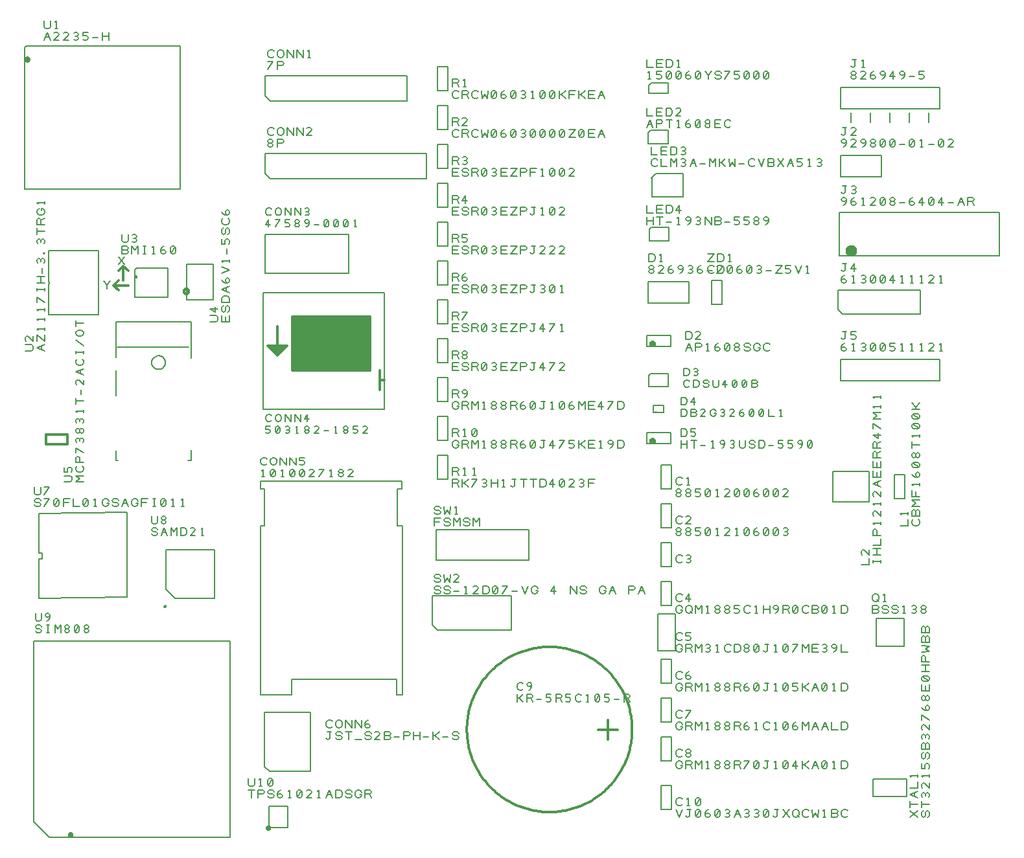
<source format=gbr>
%FSLAX35Y35*%
%MOIN*%
G04 EasyPC Gerber Version 18.0.9 Build 3640 *
%ADD11C,0.00500*%
%ADD13C,0.00787*%
%ADD12C,0.01200*%
X0Y0D02*
D02*
D11*
X10270Y420112D02*
X10285Y419918D01*
X10330Y419729*
X10405Y419549*
X10506Y419383*
X10633Y419235*
X10781Y419109*
X10947Y419007*
X11127Y418933*
X11316Y418887*
X11510Y418872*
X11704Y418887*
X11894Y418933*
X12074Y419007*
X12239Y419109*
X12387Y419236*
X12514Y419384*
X12615Y419550*
X12690Y419730*
X12735Y419919*
X12750Y420112*
X12735Y420306*
X12689Y420496*
X12615Y420676*
X12513Y420841*
X12387Y420989*
X12239Y421116*
X12073Y421217*
X11893Y421292*
X11704Y421337*
X11509Y421352*
X11315Y421337*
X11126Y421291*
X10946Y421217*
X10780Y421115*
X10632Y420989*
X10506Y420841*
X10404Y420674*
X10330Y420494*
X10285Y420305*
X10270Y420112*
G36*
X10285Y419918*
X10330Y419729*
X10405Y419549*
X10506Y419383*
X10633Y419235*
X10781Y419109*
X10947Y419007*
X11127Y418933*
X11316Y418887*
X11510Y418872*
X11704Y418887*
X11894Y418933*
X12074Y419007*
X12239Y419109*
X12387Y419236*
X12514Y419384*
X12615Y419550*
X12690Y419730*
X12735Y419919*
X12750Y420112*
X12735Y420306*
X12689Y420496*
X12615Y420676*
X12513Y420841*
X12387Y420989*
X12239Y421116*
X12073Y421217*
X11893Y421292*
X11704Y421337*
X11509Y421352*
X11315Y421337*
X11126Y421291*
X10946Y421217*
X10780Y421115*
X10632Y420989*
X10506Y420841*
X10404Y420674*
X10330Y420494*
X10285Y420305*
X10270Y420112*
G37*
X11037Y427219D02*
X90250D01*
Y353281*
X10250*
Y426431*
X11037Y427219*
X14856Y120644D02*
X115644D01*
Y19856*
X22730*
X14856Y27730*
Y120644*
X15250Y199937D02*
Y197125D01*
X15563Y196500*
X16187Y196187*
X17437*
X18063Y196500*
X18375Y197125*
Y199937*
X20250Y196187D02*
X22750Y199937D01*
X20250*
X15250Y191125D02*
X15563Y190500D01*
X16187Y190187*
X17437*
X18063Y190500*
X18375Y191125*
X18063Y191750*
X17437Y192063*
X16187*
X15563Y192375*
X15250Y193000*
X15563Y193625*
X16187Y193937*
X17437*
X18063Y193625*
X18375Y193000*
X20250Y190187D02*
X22750Y193937D01*
X20250*
X25563Y190500D02*
X26187Y190187D01*
X26813*
X27437Y190500*
X27750Y191125*
Y193000*
X27437Y193625*
X26813Y193937*
X26187*
X25563Y193625*
X25250Y193000*
Y191125*
X25563Y190500*
X27437Y193625*
X30250Y190187D02*
Y193937D01*
X33375*
X32750Y192063D02*
X30250D01*
X35250Y193937D02*
Y190187D01*
X38375*
X40563Y190500D02*
X41187Y190187D01*
X41813*
X42437Y190500*
X42750Y191125*
Y193000*
X42437Y193625*
X41813Y193937*
X41187*
X40563Y193625*
X40250Y193000*
Y191125*
X40563Y190500*
X42437Y193625*
X45875Y190187D02*
X47125D01*
X46500D02*
Y193937D01*
X45875Y193313*
X52437Y191750D02*
X53375D01*
Y191437*
X53063Y190813*
X52750Y190500*
X52125Y190187*
X51500*
X50875Y190500*
X50563Y190813*
X50250Y191437*
Y192687*
X50563Y193313*
X50875Y193625*
X51500Y193937*
X52125*
X52750Y193625*
X53063Y193313*
X53375Y192687*
X55250Y191125D02*
X55563Y190500D01*
X56187Y190187*
X57437*
X58063Y190500*
X58375Y191125*
X58063Y191750*
X57437Y192063*
X56187*
X55563Y192375*
X55250Y193000*
X55563Y193625*
X56187Y193937*
X57437*
X58063Y193625*
X58375Y193000*
X60250Y190187D02*
X61813Y193937D01*
X63375Y190187*
X60875Y191750D02*
X62750D01*
X67437D02*
X68375D01*
Y191437*
X68063Y190813*
X67750Y190500*
X67125Y190187*
X66500*
X65875Y190500*
X65563Y190813*
X65250Y191437*
Y192687*
X65563Y193313*
X65875Y193625*
X66500Y193937*
X67125*
X67750Y193625*
X68063Y193313*
X68375Y192687*
X70250Y190187D02*
Y193937D01*
X73375*
X72750Y192063D02*
X70250D01*
X76187Y190187D02*
X77437D01*
X76813D02*
Y193937D01*
X76187D02*
X77437D01*
X80563Y190500D02*
X81187Y190187D01*
X81813*
X82437Y190500*
X82750Y191125*
Y193000*
X82437Y193625*
X81813Y193937*
X81187*
X80563Y193625*
X80250Y193000*
Y191125*
X80563Y190500*
X82437Y193625*
X85875Y190187D02*
X87125D01*
X86500D02*
Y193937D01*
X85875Y193313*
X90875Y190187D02*
X92125D01*
X91500D02*
Y193937D01*
X90875Y193313*
X10563Y270250D02*
X13375D01*
X14000Y270563*
X14313Y271187*
Y272437*
X14000Y273063*
X13375Y273375*
X10563*
X14313Y277750D02*
Y275250D01*
X12125Y277437*
X11500Y277750*
X10875Y277437*
X10563Y276813*
Y275875*
X10875Y275250*
X20313Y270250D02*
X16563Y271813D01*
X20313Y273375*
X18750Y270875D02*
Y272750D01*
X16563Y275250D02*
Y278375D01*
X20313Y275250*
Y278375*
Y280875D02*
Y282125D01*
Y281500D02*
X16563D01*
X17187Y280875*
X20313Y285875D02*
Y287125D01*
Y286500D02*
X16563D01*
X17187Y285875*
X20313Y290875D02*
Y292125D01*
Y291500D02*
X16563D01*
X17187Y290875*
X20313Y295250D02*
X16563Y297750D01*
Y295250*
X20313Y301187D02*
Y302437D01*
Y301813D02*
X16563D01*
Y301187D02*
Y302437D01*
X20313Y305250D02*
X16563D01*
X18437D02*
Y308375D01*
X20313D02*
X16563D01*
X19063Y310250D02*
Y312750D01*
X20000Y315563D02*
X20313Y316187D01*
Y316813*
X20000Y317437*
X19375Y317750*
X18750Y317437*
X18437Y316813*
Y316187*
Y316813D02*
X18125Y317437D01*
X17500Y317750*
X16875Y317437*
X16563Y316813*
Y316187*
X16875Y315563*
X20313Y320563D02*
X20000Y320875D01*
X19687Y320563*
X20000Y320250*
X20313Y320563*
X20000Y325563D02*
X20313Y326187D01*
Y326813*
X20000Y327437*
X19375Y327750*
X18750Y327437*
X18437Y326813*
Y326187*
Y326813D02*
X18125Y327437D01*
X17500Y327750*
X16875Y327437*
X16563Y326813*
Y326187*
X16875Y325563*
X20313Y331813D02*
X16563D01*
Y330250D02*
Y333375D01*
X20313Y335250D02*
X16563D01*
Y337437*
X16875Y338063*
X17500Y338375*
X18125Y338063*
X18437Y337437*
Y335250*
Y337437D02*
X20313Y338375D01*
X18750Y342437D02*
Y343375D01*
X19063*
X19687Y343063*
X20000Y342750*
X20313Y342125*
Y341500*
X20000Y340875*
X19687Y340563*
X19063Y340250*
X17813*
X17187Y340563*
X16875Y340875*
X16563Y341500*
Y342125*
X16875Y342750*
X17187Y343063*
X17813Y343375*
X20313Y345875D02*
Y347125D01*
Y346500D02*
X16563D01*
X17187Y345875*
X15644Y134937D02*
Y132125D01*
X15956Y131500*
X16581Y131187*
X17831*
X18456Y131500*
X18769Y132125*
Y134937*
X21581Y131187D02*
X22206Y131500D01*
X22831Y132125*
X23144Y133063*
Y134000*
X22831Y134625*
X22206Y134937*
X21581*
X20956Y134625*
X20644Y134000*
X20956Y133375*
X21581Y133063*
X22206*
X22831Y133375*
X23144Y134000*
X15644Y126125D02*
X15956Y125500D01*
X16581Y125187*
X17831*
X18456Y125500*
X18769Y126125*
X18456Y126750*
X17831Y127063*
X16581*
X15956Y127375*
X15644Y128000*
X15956Y128625*
X16581Y128937*
X17831*
X18456Y128625*
X18769Y128000*
X21581Y125187D02*
X22831D01*
X22206D02*
Y128937D01*
X21581D02*
X22831D01*
X25644Y125187D02*
Y128937D01*
X27206Y127063*
X28769Y128937*
Y125187*
X31581Y127063D02*
X32206D01*
X32831Y127375*
X33144Y128000*
X32831Y128625*
X32206Y128937*
X31581*
X30956Y128625*
X30644Y128000*
X30956Y127375*
X31581Y127063*
X30956Y126750*
X30644Y126125*
X30956Y125500*
X31581Y125187*
X32206*
X32831Y125500*
X33144Y126125*
X32831Y126750*
X32206Y127063*
X35956Y125500D02*
X36581Y125187D01*
X37206*
X37831Y125500*
X38144Y126125*
Y128000*
X37831Y128625*
X37206Y128937*
X36581*
X35956Y128625*
X35644Y128000*
Y126125*
X35956Y125500*
X37831Y128625*
X41581Y127063D02*
X42206D01*
X42831Y127375*
X43144Y128000*
X42831Y128625*
X42206Y128937*
X41581*
X40956Y128625*
X40644Y128000*
X40956Y127375*
X41581Y127063*
X40956Y126750*
X40644Y126125*
X40956Y125500*
X41581Y125187*
X42206*
X42831Y125500*
X43144Y126125*
X42831Y126750*
X42206Y127063*
X17492Y186534D02*
X62743Y187100D01*
Y143400*
X17492Y142833*
Y163207*
X18968*
Y166160*
X17492*
Y186534*
X20250Y439937D02*
Y437125D01*
X20563Y436500*
X21187Y436187*
X22437*
X23063Y436500*
X23375Y437125*
Y439937*
X25875Y436187D02*
X27125D01*
X26500D02*
Y439937D01*
X25875Y439313*
X20250Y430187D02*
X21813Y433937D01*
X23375Y430187*
X20875Y431750D02*
X22750D01*
X27750Y430187D02*
X25250D01*
X27437Y432375*
X27750Y433000*
X27437Y433625*
X26813Y433937*
X25875*
X25250Y433625*
X32750Y430187D02*
X30250D01*
X32437Y432375*
X32750Y433000*
X32437Y433625*
X31813Y433937*
X30875*
X30250Y433625*
X35563Y430500D02*
X36187Y430187D01*
X36813*
X37437Y430500*
X37750Y431125*
X37437Y431750*
X36813Y432063*
X36187*
X36813D02*
X37437Y432375D01*
X37750Y433000*
X37437Y433625*
X36813Y433937*
X36187*
X35563Y433625*
X40250Y430500D02*
X40875Y430187D01*
X41813*
X42437Y430500*
X42750Y431125*
Y431437*
X42437Y432063*
X41813Y432375*
X40250*
Y433937*
X42750*
X45250Y431437D02*
X47750D01*
X50250Y430187D02*
Y433937D01*
Y432063D02*
X53375D01*
Y430187D02*
Y433937D01*
X22455Y321589D02*
X48045D01*
Y288911*
X22455*
Y304758*
X22947*
Y305742*
X22455*
Y321589*
X32624Y20986D02*
X32639Y20800D01*
X32685Y20620*
X32760Y20449*
X32862Y20293*
X32988Y20155*
X33135Y20041*
X33300Y19952*
X33476Y19891*
X33660Y19860*
X33846*
X34031Y19891*
X34207Y19952*
X34371Y20040*
X34519Y20155*
X34645Y20292*
X34747Y20448*
X34822Y20619*
X34868Y20800*
X34884Y20986*
X34869Y21172*
X34823Y21353*
X34748Y21524*
X34646Y21680*
X34520Y21817*
X34372Y21932*
X34208Y22021*
X34032Y22081*
X33848Y22112*
X33661*
X33477Y22081*
X33301Y22021*
X33137Y21932*
X32989Y21818*
X32863Y21681*
X32761Y21524*
X32686Y21354*
X32640Y21173*
X32624Y20986*
G36*
X32639Y20800*
X32685Y20620*
X32760Y20449*
X32862Y20293*
X32988Y20155*
X33135Y20041*
X33300Y19952*
X33476Y19891*
X33660Y19860*
X33846*
X34031Y19891*
X34207Y19952*
X34371Y20040*
X34519Y20155*
X34645Y20292*
X34747Y20448*
X34822Y20619*
X34868Y20800*
X34884Y20986*
X34869Y21172*
X34823Y21353*
X34748Y21524*
X34646Y21680*
X34520Y21817*
X34372Y21932*
X34208Y22021*
X34032Y22081*
X33848Y22112*
X33661*
X33477Y22081*
X33301Y22021*
X33137Y21932*
X32989Y21818*
X32863Y21681*
X32761Y21524*
X32686Y21354*
X32640Y21173*
X32624Y20986*
G37*
X30563Y202750D02*
X33375D01*
X34000Y203063*
X34313Y203687*
Y204937*
X34000Y205563*
X33375Y205875*
X30563*
X34000Y207750D02*
X34313Y208375D01*
Y209313*
X34000Y209937*
X33375Y210250*
X33063*
X32437Y209937*
X32125Y209313*
Y207750*
X30563*
Y210250*
X40313Y202750D02*
X36563D01*
X38437Y204313*
X36563Y205875*
X40313*
X39687Y210875D02*
X40000Y210563D01*
X40313Y209937*
Y209000*
X40000Y208375*
X39687Y208063*
X39063Y207750*
X37813*
X37187Y208063*
X36875Y208375*
X36563Y209000*
Y209937*
X36875Y210563*
X37187Y210875*
X40313Y212750D02*
X36563D01*
Y214937*
X36875Y215563*
X37500Y215875*
X38125Y215563*
X38437Y214937*
Y212750*
X40313Y217750D02*
X36563Y220250D01*
Y217750*
X40000Y223063D02*
X40313Y223687D01*
Y224313*
X40000Y224937*
X39375Y225250*
X38750Y224937*
X38437Y224313*
Y223687*
Y224313D02*
X38125Y224937D01*
X37500Y225250*
X36875Y224937*
X36563Y224313*
Y223687*
X36875Y223063*
X38437Y228687D02*
Y229313D01*
X38125Y229937*
X37500Y230250*
X36875Y229937*
X36563Y229313*
Y228687*
X36875Y228063*
X37500Y227750*
X38125Y228063*
X38437Y228687*
X38750Y228063*
X39375Y227750*
X40000Y228063*
X40313Y228687*
Y229313*
X40000Y229937*
X39375Y230250*
X38750Y229937*
X38437Y229313*
X40000Y233063D02*
X40313Y233687D01*
Y234313*
X40000Y234937*
X39375Y235250*
X38750Y234937*
X38437Y234313*
Y233687*
Y234313D02*
X38125Y234937D01*
X37500Y235250*
X36875Y234937*
X36563Y234313*
Y233687*
X36875Y233063*
X40313Y238375D02*
Y239625D01*
Y239000D02*
X36563D01*
X37187Y238375*
X40313Y244313D02*
X36563D01*
Y242750D02*
Y245875D01*
X39063Y247750D02*
Y250250D01*
X40313Y255250D02*
Y252750D01*
X38125Y254937*
X37500Y255250*
X36875Y254937*
X36563Y254313*
Y253375*
X36875Y252750*
X40313Y257750D02*
X36563Y259313D01*
X40313Y260875*
X38750Y258375D02*
Y260250D01*
X39687Y265875D02*
X40000Y265563D01*
X40313Y264937*
Y264000*
X40000Y263375*
X39687Y263063*
X39063Y262750*
X37813*
X37187Y263063*
X36875Y263375*
X36563Y264000*
Y264937*
X36875Y265563*
X37187Y265875*
X40313Y268687D02*
Y269937D01*
Y269313D02*
X36563D01*
Y268687D02*
Y269937D01*
X40313Y272750D02*
X36563Y275875D01*
X39063Y277750D02*
X37813D01*
X37187Y278063*
X36875Y278375*
X36563Y279000*
Y279625*
X36875Y280250*
X37187Y280563*
X37813Y280875*
X39063*
X39687Y280563*
X40000Y280250*
X40313Y279625*
Y279000*
X40000Y278375*
X39687Y278063*
X39063Y277750*
X40313Y284313D02*
X36563D01*
Y282750D02*
Y285875D01*
X52433Y302201D02*
Y304076D01*
X50870Y305951*
X52433Y304076D02*
X53996Y305951D01*
X57061Y247179D02*
Y260132D01*
Y266746D02*
Y284935D01*
X95644*
Y266470*
X57888Y271982D02*
X94541D01*
X58163Y213833D02*
X57061D01*
Y218793*
X58370Y314701D02*
X61496Y318451D01*
X58370D02*
X61496Y314701D01*
X60250Y329937D02*
Y327125D01*
X60563Y326500*
X61187Y326187*
X62437*
X63063Y326500*
X63375Y327125*
Y329937*
X65563Y326500D02*
X66187Y326187D01*
X66813*
X67437Y326500*
X67750Y327125*
X67437Y327750*
X66813Y328063*
X66187*
X66813D02*
X67437Y328375D01*
X67750Y329000*
X67437Y329625*
X66813Y329937*
X66187*
X65563Y329625*
X62437Y322063D02*
X63063Y321750D01*
X63375Y321125*
X63063Y320500*
X62437Y320187*
X60250*
Y323937*
X62437*
X63063Y323625*
X63375Y323000*
X63063Y322375*
X62437Y322063*
X60250*
X65250Y320187D02*
Y323937D01*
X66813Y322063*
X68375Y323937*
Y320187*
X71187D02*
X72437D01*
X71813D02*
Y323937D01*
X71187D02*
X72437D01*
X75875Y320187D02*
X77125D01*
X76500D02*
Y323937D01*
X75875Y323313*
X80250Y321125D02*
X80563Y321750D01*
X81187Y322063*
X81813*
X82437Y321750*
X82750Y321125*
X82437Y320500*
X81813Y320187*
X81187*
X80563Y320500*
X80250Y321125*
Y322063*
X80563Y323000*
X81187Y323625*
X81813Y323937*
X85563Y320500D02*
X86187Y320187D01*
X86813*
X87437Y320500*
X87750Y321125*
Y323000*
X87437Y323625*
X86813Y323937*
X86187*
X85563Y323625*
X85250Y323000*
Y321125*
X85563Y320500*
X87437Y323625*
X66874Y308203D02*
X66889Y308087D01*
X66930Y307979*
X66996Y307883*
X67083Y307806*
X67186Y307752*
X67299Y307724*
X67415*
X67528Y307752*
X67631Y307806*
X67718Y307883*
X67784Y307979*
X67825Y308087*
X67839Y308203*
X67825Y308318*
X67783Y308427*
X67717Y308522*
X67630Y308600*
X67528Y308654*
X67415Y308681*
X67298*
X67185Y308654*
X67083Y308600*
X66996Y308522*
X66930Y308427*
X66888Y308318*
X66874Y308203*
G36*
X66889Y308087*
X66930Y307979*
X66996Y307883*
X67083Y307806*
X67186Y307752*
X67299Y307724*
X67415*
X67528Y307752*
X67631Y307806*
X67718Y307883*
X67784Y307979*
X67825Y308087*
X67839Y308203*
X67825Y308318*
X67783Y308427*
X67717Y308522*
X67630Y308600*
X67528Y308654*
X67415Y308681*
X67298*
X67185Y308654*
X67083Y308600*
X66996Y308522*
X66930Y308427*
X66888Y308318*
X66874Y308203*
G37*
X67662Y312730D02*
X83804D01*
Y297770*
X66874*
Y311943*
X67662Y312730*
X75368Y184937D02*
Y182125D01*
X75681Y181500*
X76306Y181187*
X77556*
X78181Y181500*
X78493Y182125*
Y184937*
X81306Y183063D02*
X81931D01*
X82556Y183375*
X82868Y184000*
X82556Y184625*
X81931Y184937*
X81306*
X80681Y184625*
X80368Y184000*
X80681Y183375*
X81306Y183063*
X80681Y182750*
X80368Y182125*
X80681Y181500*
X81306Y181187*
X81931*
X82556Y181500*
X82868Y182125*
X82556Y182750*
X81931Y183063*
X75368Y176125D02*
X75681Y175500D01*
X76306Y175187*
X77556*
X78181Y175500*
X78493Y176125*
X78181Y176750*
X77556Y177063*
X76306*
X75681Y177375*
X75368Y178000*
X75681Y178625*
X76306Y178937*
X77556*
X78181Y178625*
X78493Y178000*
X80368Y175187D02*
X81931Y178937D01*
X83493Y175187*
X80993Y176750D02*
X82868D01*
X85368Y175187D02*
Y178937D01*
X86931Y177063*
X88493Y178937*
Y175187*
X90368D02*
Y178937D01*
X92243*
X92868Y178625*
X93181Y178313*
X93493Y177687*
Y176437*
X93181Y175813*
X92868Y175500*
X92243Y175187*
X90368*
X97868D02*
X95368D01*
X97556Y177375*
X97868Y178000*
X97556Y178625*
X96931Y178937*
X95993*
X95368Y178625*
X100993Y175187D02*
X102243D01*
X101618D02*
Y178937D01*
X100993Y178313*
X75801Y265644D02*
X75675Y265345D01*
X75577Y265035*
X75507Y264719*
X75468Y264396*
X75458Y264072*
X75478Y263748*
X75528Y263428*
X75607Y263113*
X75715Y262807*
X75851Y262512*
X76013Y262231*
X76201Y261966*
X76412Y261720*
X76645Y261494*
X76898Y261291*
X77169Y261112*
X77454Y260958*
X77753Y260832*
X78063Y260733*
X78380Y260664*
X78702Y260624*
X79026Y260615*
X79350Y260635*
X79671Y260685*
X79985Y260764*
X80291Y260872*
X80586Y261007*
X80867Y261170*
X81132Y261357*
X81379Y261569*
X81605Y261802*
X81808Y262055*
X81987Y262326*
X82140Y262612*
X82266Y262911*
X82364Y263220*
X82433Y263537*
X82473Y263859*
X82483Y264184*
X82463Y264508*
X82413Y264828*
X82334Y265143*
X82226Y265449*
X82090Y265744*
X81928Y266025*
X81740Y266290*
X81529Y266536*
X81296Y266762*
X81043Y266965*
X80772Y267144*
X80487Y267298*
X80188Y267424*
X79878Y267522*
X79561Y267592*
X79239Y267631*
X78915Y267641*
X78591Y267621*
X78270Y267571*
X77956Y267492*
X77650Y267384*
X77355Y267248*
X77074Y267086*
X76809Y266898*
X76562Y266687*
X76336Y266454*
X76133Y266201*
X75954Y265930*
X75801Y265644*
X81923Y138616D02*
X81938Y138502D01*
X81982Y138396*
X82052Y138304*
X82144Y138234*
X82250Y138190*
X82364Y138175*
X82478Y138190*
X82585Y138234*
X82676Y138304*
X82746Y138396*
X82790Y138502*
X82805Y138616*
X82790Y138730*
X82746Y138837*
X82676Y138928*
X82585Y138998*
X82478Y139042*
X82364Y139057*
X82250Y139042*
X82144Y138998*
X82052Y138928*
X81982Y138837*
X81938Y138730*
X81923Y138616*
G36*
X81938Y138502*
X81982Y138396*
X82052Y138304*
X82144Y138234*
X82250Y138190*
X82364Y138175*
X82478Y138190*
X82585Y138234*
X82676Y138304*
X82746Y138396*
X82790Y138502*
X82805Y138616*
X82790Y138730*
X82746Y138837*
X82676Y138928*
X82585Y138998*
X82478Y139042*
X82364Y139057*
X82250Y139042*
X82144Y138998*
X82052Y138928*
X81982Y138837*
X81938Y138730*
X81923Y138616*
G37*
X82652Y167848D02*
X107848D01*
Y142652*
X87376*
X82652Y147376*
Y167848*
X93360Y314750D02*
X107140D01*
Y296419*
X93360*
Y305376*
X93510*
Y306360*
X93360*
Y314750*
X94266Y213833D02*
X95644D01*
Y219069*
X105563Y285250D02*
X108375D01*
X109000Y285563*
X109313Y286187*
Y287437*
X109000Y288063*
X108375Y288375*
X105563*
X109313Y291813D02*
X105563D01*
X108063Y290250*
Y292750*
X115313Y285250D02*
X111563D01*
Y288375*
X113437Y287750D02*
Y285250D01*
X115313D02*
Y288375D01*
X114375Y290250D02*
X115000Y290563D01*
X115313Y291187*
Y292437*
X115000Y293063*
X114375Y293375*
X113750Y293063*
X113437Y292437*
Y291187*
X113125Y290563*
X112500Y290250*
X111875Y290563*
X111563Y291187*
Y292437*
X111875Y293063*
X112500Y293375*
X115313Y295250D02*
X111563D01*
Y297125*
X111875Y297750*
X112187Y298063*
X112813Y298375*
X114063*
X114687Y298063*
X115000Y297750*
X115313Y297125*
Y295250*
Y300250D02*
X111563Y301813D01*
X115313Y303375*
X113750Y300875D02*
Y302750D01*
X114375Y305250D02*
X113750Y305563D01*
X113437Y306187*
Y306813*
X113750Y307437*
X114375Y307750*
X115000Y307437*
X115313Y306813*
Y306187*
X115000Y305563*
X114375Y305250*
X113437*
X112500Y305563*
X111875Y306187*
X111563Y306813*
Y310250D02*
X115313Y311813D01*
X111563Y313375*
X115313Y315875D02*
Y317125D01*
Y316500D02*
X111563D01*
X112187Y315875*
X114063Y320250D02*
Y322750D01*
X115000Y325250D02*
X115313Y325875D01*
Y326813*
X115000Y327437*
X114375Y327750*
X114063*
X113437Y327437*
X113125Y326813*
Y325250*
X111563*
Y327750*
X114375Y330250D02*
X115000Y330563D01*
X115313Y331187*
Y332437*
X115000Y333063*
X114375Y333375*
X113750Y333063*
X113437Y332437*
Y331187*
X113125Y330563*
X112500Y330250*
X111875Y330563*
X111563Y331187*
Y332437*
X111875Y333063*
X112500Y333375*
X114687Y338375D02*
X115000Y338063D01*
X115313Y337437*
Y336500*
X115000Y335875*
X114687Y335563*
X114063Y335250*
X112813*
X112187Y335563*
X111875Y335875*
X111563Y336500*
Y337437*
X111875Y338063*
X112187Y338375*
X114375Y340250D02*
X113750Y340563D01*
X113437Y341187*
Y341813*
X113750Y342437*
X114375Y342750*
X115000Y342437*
X115313Y341813*
Y341187*
X115000Y340563*
X114375Y340250*
X113437*
X112500Y340563*
X111875Y341187*
X111563Y341813*
X125250Y49937D02*
Y47125D01*
X125563Y46500*
X126187Y46187*
X127437*
X128063Y46500*
X128375Y47125*
Y49937*
X130875Y46187D02*
X132125D01*
X131500D02*
Y49937D01*
X130875Y49313*
X135563Y46500D02*
X136187Y46187D01*
X136813*
X137437Y46500*
X137750Y47125*
Y49000*
X137437Y49625*
X136813Y49937*
X136187*
X135563Y49625*
X135250Y49000*
Y47125*
X135563Y46500*
X137437Y49625*
X126813Y40187D02*
Y43937D01*
X125250D02*
X128375D01*
X130250Y40187D02*
Y43937D01*
X132437*
X133063Y43625*
X133375Y43000*
X133063Y42375*
X132437Y42063*
X130250*
X135250Y41125D02*
X135563Y40500D01*
X136187Y40187*
X137437*
X138063Y40500*
X138375Y41125*
X138063Y41750*
X137437Y42063*
X136187*
X135563Y42375*
X135250Y43000*
X135563Y43625*
X136187Y43937*
X137437*
X138063Y43625*
X138375Y43000*
X140250Y41125D02*
X140563Y41750D01*
X141187Y42063*
X141813*
X142437Y41750*
X142750Y41125*
X142437Y40500*
X141813Y40187*
X141187*
X140563Y40500*
X140250Y41125*
Y42063*
X140563Y43000*
X141187Y43625*
X141813Y43937*
X145875Y40187D02*
X147125D01*
X146500D02*
Y43937D01*
X145875Y43313*
X150563Y40500D02*
X151187Y40187D01*
X151813*
X152437Y40500*
X152750Y41125*
Y43000*
X152437Y43625*
X151813Y43937*
X151187*
X150563Y43625*
X150250Y43000*
Y41125*
X150563Y40500*
X152437Y43625*
X157750Y40187D02*
X155250D01*
X157437Y42375*
X157750Y43000*
X157437Y43625*
X156813Y43937*
X155875*
X155250Y43625*
X160875Y40187D02*
X162125D01*
X161500D02*
Y43937D01*
X160875Y43313*
X165250Y40187D02*
X166813Y43937D01*
X168375Y40187*
X165875Y41750D02*
X167750D01*
X170250Y40187D02*
Y43937D01*
X172125*
X172750Y43625*
X173063Y43313*
X173375Y42687*
Y41437*
X173063Y40813*
X172750Y40500*
X172125Y40187*
X170250*
X175250Y41125D02*
X175563Y40500D01*
X176187Y40187*
X177437*
X178063Y40500*
X178375Y41125*
X178063Y41750*
X177437Y42063*
X176187*
X175563Y42375*
X175250Y43000*
X175563Y43625*
X176187Y43937*
X177437*
X178063Y43625*
X178375Y43000*
X182437Y41750D02*
X183375D01*
Y41437*
X183063Y40813*
X182750Y40500*
X182125Y40187*
X181500*
X180875Y40500*
X180563Y40813*
X180250Y41437*
Y42687*
X180563Y43313*
X180875Y43625*
X181500Y43937*
X182125*
X182750Y43625*
X183063Y43313*
X183375Y42687*
X185250Y40187D02*
Y43937D01*
X187437*
X188063Y43625*
X188375Y43000*
X188063Y42375*
X187437Y42063*
X185250*
X187437D02*
X188375Y40187D01*
X134625Y212063D02*
X134313Y211750D01*
X133687Y211437*
X132750*
X132125Y211750*
X131813Y212063*
X131500Y212687*
Y213937*
X131813Y214563*
X132125Y214875*
X132750Y215187*
X133687*
X134313Y214875*
X134625Y214563*
X136500Y212687D02*
Y213937D01*
X136813Y214563*
X137125Y214875*
X137750Y215187*
X138375*
X139000Y214875*
X139313Y214563*
X139625Y213937*
Y212687*
X139313Y212063*
X139000Y211750*
X138375Y211437*
X137750*
X137125Y211750*
X136813Y212063*
X136500Y212687*
X141500Y211437D02*
Y215187D01*
X144625Y211437*
Y215187*
X146500Y211437D02*
Y215187D01*
X149625Y211437*
Y215187*
X151500Y211750D02*
X152125Y211437D01*
X153063*
X153687Y211750*
X154000Y212375*
Y212687*
X153687Y213313*
X153063Y213625*
X151500*
Y215187*
X154000*
X132125Y205437D02*
X133375D01*
X132750D02*
Y209187D01*
X132125Y208563*
X136813Y205750D02*
X137437Y205437D01*
X138063*
X138687Y205750*
X139000Y206375*
Y208250*
X138687Y208875*
X138063Y209187*
X137437*
X136813Y208875*
X136500Y208250*
Y206375*
X136813Y205750*
X138687Y208875*
X142125Y205437D02*
X143375D01*
X142750D02*
Y209187D01*
X142125Y208563*
X146813Y205750D02*
X147437Y205437D01*
X148063*
X148687Y205750*
X149000Y206375*
Y208250*
X148687Y208875*
X148063Y209187*
X147437*
X146813Y208875*
X146500Y208250*
Y206375*
X146813Y205750*
X148687Y208875*
X151813Y205750D02*
X152437Y205437D01*
X153063*
X153687Y205750*
X154000Y206375*
Y208250*
X153687Y208875*
X153063Y209187*
X152437*
X151813Y208875*
X151500Y208250*
Y206375*
X151813Y205750*
X153687Y208875*
X159000Y205437D02*
X156500D01*
X158687Y207625*
X159000Y208250*
X158687Y208875*
X158063Y209187*
X157125*
X156500Y208875*
X161500Y205437D02*
X164000Y209187D01*
X161500*
X167125Y205437D02*
X168375D01*
X167750D02*
Y209187D01*
X167125Y208563*
X172437Y207313D02*
X173063D01*
X173687Y207625*
X174000Y208250*
X173687Y208875*
X173063Y209187*
X172437*
X171813Y208875*
X171500Y208250*
X171813Y207625*
X172437Y207313*
X171813Y207000*
X171500Y206375*
X171813Y205750*
X172437Y205437*
X173063*
X173687Y205750*
X174000Y206375*
X173687Y207000*
X173063Y207313*
X179000Y205437D02*
X176500D01*
X178687Y207625*
X179000Y208250*
X178687Y208875*
X178063Y209187*
X177125*
X176500Y208875*
X132750Y300250D02*
X195250D01*
Y240250*
X132750*
Y300250*
X133563Y84250D02*
X157063D01*
Y53750*
X136063*
X133563Y56250*
Y84250*
X133632Y330000D02*
X176632D01*
Y310000*
X133632*
Y330000*
X133813Y371687D02*
X216687D01*
Y358813*
X136313*
X133813Y361313*
Y371687*
Y411687D02*
X206687D01*
Y398813*
X136313*
X133813Y401313*
Y411687*
X137125Y234313D02*
X136813Y234000D01*
X136187Y233687*
X135250*
X134625Y234000*
X134313Y234313*
X134000Y234937*
Y236187*
X134313Y236813*
X134625Y237125*
X135250Y237437*
X136187*
X136813Y237125*
X137125Y236813*
X139000Y234937D02*
Y236187D01*
X139313Y236813*
X139625Y237125*
X140250Y237437*
X140875*
X141500Y237125*
X141813Y236813*
X142125Y236187*
Y234937*
X141813Y234313*
X141500Y234000*
X140875Y233687*
X140250*
X139625Y234000*
X139313Y234313*
X139000Y234937*
X144000Y233687D02*
Y237437D01*
X147125Y233687*
Y237437*
X149000Y233687D02*
Y237437D01*
X152125Y233687*
Y237437*
X155563Y233687D02*
Y237437D01*
X154000Y234937*
X156500*
X134000Y228000D02*
X134625Y227687D01*
X135563*
X136187Y228000*
X136500Y228625*
Y228937*
X136187Y229563*
X135563Y229875*
X134000*
Y231437*
X136500*
X139313Y228000D02*
X139937Y227687D01*
X140563*
X141187Y228000*
X141500Y228625*
Y230500*
X141187Y231125*
X140563Y231437*
X139937*
X139313Y231125*
X139000Y230500*
Y228625*
X139313Y228000*
X141187Y231125*
X144313Y228000D02*
X144937Y227687D01*
X145563*
X146187Y228000*
X146500Y228625*
X146187Y229250*
X145563Y229563*
X144937*
X145563D02*
X146187Y229875D01*
X146500Y230500*
X146187Y231125*
X145563Y231437*
X144937*
X144313Y231125*
X149625Y227687D02*
X150875D01*
X150250D02*
Y231437D01*
X149625Y230813*
X154937Y229563D02*
X155563D01*
X156187Y229875*
X156500Y230500*
X156187Y231125*
X155563Y231437*
X154937*
X154313Y231125*
X154000Y230500*
X154313Y229875*
X154937Y229563*
X154313Y229250*
X154000Y228625*
X154313Y228000*
X154937Y227687*
X155563*
X156187Y228000*
X156500Y228625*
X156187Y229250*
X155563Y229563*
X161500Y227687D02*
X159000D01*
X161187Y229875*
X161500Y230500*
X161187Y231125*
X160563Y231437*
X159625*
X159000Y231125*
X164000Y228937D02*
X166500D01*
X169625Y227687D02*
X170875D01*
X170250D02*
Y231437D01*
X169625Y230813*
X174937Y229563D02*
X175563D01*
X176187Y229875*
X176500Y230500*
X176187Y231125*
X175563Y231437*
X174937*
X174313Y231125*
X174000Y230500*
X174313Y229875*
X174937Y229563*
X174313Y229250*
X174000Y228625*
X174313Y228000*
X174937Y227687*
X175563*
X176187Y228000*
X176500Y228625*
X176187Y229250*
X175563Y229563*
X179000Y228000D02*
X179625Y227687D01*
X180563*
X181187Y228000*
X181500Y228625*
Y228937*
X181187Y229563*
X180563Y229875*
X179000*
Y231437*
X181500*
X186500Y227687D02*
X184000D01*
X186187Y229875*
X186500Y230500*
X186187Y231125*
X185563Y231437*
X184625*
X184000Y231125*
X137125Y340563D02*
X136813Y340250D01*
X136187Y339937*
X135250*
X134625Y340250*
X134313Y340563*
X134000Y341187*
Y342437*
X134313Y343063*
X134625Y343375*
X135250Y343687*
X136187*
X136813Y343375*
X137125Y343063*
X139000Y341187D02*
Y342437D01*
X139313Y343063*
X139625Y343375*
X140250Y343687*
X140875*
X141500Y343375*
X141813Y343063*
X142125Y342437*
Y341187*
X141813Y340563*
X141500Y340250*
X140875Y339937*
X140250*
X139625Y340250*
X139313Y340563*
X139000Y341187*
X144000Y339937D02*
Y343687D01*
X147125Y339937*
Y343687*
X149000Y339937D02*
Y343687D01*
X152125Y339937*
Y343687*
X154313Y340250D02*
X154937Y339937D01*
X155563*
X156187Y340250*
X156500Y340875*
X156187Y341500*
X155563Y341813*
X154937*
X155563D02*
X156187Y342125D01*
X156500Y342750*
X156187Y343375*
X155563Y343687*
X154937*
X154313Y343375*
X135563Y333937D02*
Y337687D01*
X134000Y335187*
X136500*
X139000Y333937D02*
X141500Y337687D01*
X139000*
X144000Y334250D02*
X144625Y333937D01*
X145563*
X146187Y334250*
X146500Y334875*
Y335187*
X146187Y335813*
X145563Y336125*
X144000*
Y337687*
X146500*
X149937Y335813D02*
X150563D01*
X151187Y336125*
X151500Y336750*
X151187Y337375*
X150563Y337687*
X149937*
X149313Y337375*
X149000Y336750*
X149313Y336125*
X149937Y335813*
X149313Y335500*
X149000Y334875*
X149313Y334250*
X149937Y333937*
X150563*
X151187Y334250*
X151500Y334875*
X151187Y335500*
X150563Y335813*
X154937Y333937D02*
X155563Y334250D01*
X156187Y334875*
X156500Y335813*
Y336750*
X156187Y337375*
X155563Y337687*
X154937*
X154313Y337375*
X154000Y336750*
X154313Y336125*
X154937Y335813*
X155563*
X156187Y336125*
X156500Y336750*
X159000Y335187D02*
X161500D01*
X164313Y334250D02*
X164937Y333937D01*
X165563*
X166187Y334250*
X166500Y334875*
Y336750*
X166187Y337375*
X165563Y337687*
X164937*
X164313Y337375*
X164000Y336750*
Y334875*
X164313Y334250*
X166187Y337375*
X169313Y334250D02*
X169937Y333937D01*
X170563*
X171187Y334250*
X171500Y334875*
Y336750*
X171187Y337375*
X170563Y337687*
X169937*
X169313Y337375*
X169000Y336750*
Y334875*
X169313Y334250*
X171187Y337375*
X174313Y334250D02*
X174937Y333937D01*
X175563*
X176187Y334250*
X176500Y334875*
Y336750*
X176187Y337375*
X175563Y337687*
X174937*
X174313Y337375*
X174000Y336750*
Y334875*
X174313Y334250*
X176187Y337375*
X179625Y333937D02*
X180875D01*
X180250D02*
Y337687D01*
X179625Y337063*
X138375Y381813D02*
X138063Y381500D01*
X137437Y381187*
X136500*
X135875Y381500*
X135563Y381813*
X135250Y382437*
Y383687*
X135563Y384313*
X135875Y384625*
X136500Y384937*
X137437*
X138063Y384625*
X138375Y384313*
X140250Y382437D02*
Y383687D01*
X140563Y384313*
X140875Y384625*
X141500Y384937*
X142125*
X142750Y384625*
X143063Y384313*
X143375Y383687*
Y382437*
X143063Y381813*
X142750Y381500*
X142125Y381187*
X141500*
X140875Y381500*
X140563Y381813*
X140250Y382437*
X145250Y381187D02*
Y384937D01*
X148375Y381187*
Y384937*
X150250Y381187D02*
Y384937D01*
X153375Y381187*
Y384937*
X157750Y381187D02*
X155250D01*
X157437Y383375*
X157750Y384000*
X157437Y384625*
X156813Y384937*
X155875*
X155250Y384625*
X136187Y377063D02*
X136813D01*
X137437Y377375*
X137750Y378000*
X137437Y378625*
X136813Y378937*
X136187*
X135563Y378625*
X135250Y378000*
X135563Y377375*
X136187Y377063*
X135563Y376750*
X135250Y376125*
X135563Y375500*
X136187Y375187*
X136813*
X137437Y375500*
X137750Y376125*
X137437Y376750*
X136813Y377063*
X140250Y375187D02*
Y378937D01*
X142437*
X143063Y378625*
X143375Y378000*
X143063Y377375*
X142437Y377063*
X140250*
X138375Y421813D02*
X138063Y421500D01*
X137437Y421187*
X136500*
X135875Y421500*
X135563Y421813*
X135250Y422437*
Y423687*
X135563Y424313*
X135875Y424625*
X136500Y424937*
X137437*
X138063Y424625*
X138375Y424313*
X140250Y422437D02*
Y423687D01*
X140563Y424313*
X140875Y424625*
X141500Y424937*
X142125*
X142750Y424625*
X143063Y424313*
X143375Y423687*
Y422437*
X143063Y421813*
X142750Y421500*
X142125Y421187*
X141500*
X140875Y421500*
X140563Y421813*
X140250Y422437*
X145250Y421187D02*
Y424937D01*
X148375Y421187*
Y424937*
X150250Y421187D02*
Y424937D01*
X153375Y421187*
Y424937*
X155875Y421187D02*
X157125D01*
X156500D02*
Y424937D01*
X155875Y424313*
X135250Y415187D02*
X137750Y418937D01*
X135250*
X140250Y415187D02*
Y418937D01*
X142437*
X143063Y418625*
X143375Y418000*
X143063Y417375*
X142437Y417063*
X140250*
X135547Y25500D02*
X135374Y25485D01*
X135205Y25439*
X135047Y25366*
X134904Y25266*
X134781Y25143*
X134681Y25000*
X134607Y24842*
X134563Y24673*
X134548Y24500*
X134563Y24326*
X134608Y24158*
X134682Y24000*
X134782Y23857*
X134905Y23734*
X135048Y23634*
X135206Y23561*
X135374Y23516*
X135547Y23500*
X135721Y23515*
X135889Y23561*
X136047Y23634*
X136190Y23734*
X136313Y23857*
X136413Y24000*
X136487Y24158*
X136532Y24327*
X136547Y24500*
X136531Y24674*
X136486Y24842*
X136413Y25000*
X136313Y25143*
X136189Y25266*
X136046Y25366*
X135889Y25439*
X135720Y25484*
X135547Y25500*
G36*
X135374Y25485*
X135205Y25439*
X135047Y25366*
X134904Y25266*
X134781Y25143*
X134681Y25000*
X134607Y24842*
X134563Y24673*
X134548Y24500*
X134563Y24326*
X134608Y24158*
X134682Y24000*
X134782Y23857*
X134905Y23734*
X135048Y23634*
X135206Y23561*
X135374Y23516*
X135547Y23500*
X135721Y23515*
X135889Y23561*
X136047Y23634*
X136190Y23734*
X136313Y23857*
X136413Y24000*
X136487Y24158*
X136532Y24327*
X136547Y24500*
X136531Y24674*
X136486Y24842*
X136413Y25000*
X136313Y25143*
X136189Y25266*
X136046Y25366*
X135889Y25439*
X135720Y25484*
X135547Y25500*
G37*
X135628Y35781D02*
X145297D01*
Y24726*
X135628*
Y35781*
X168375Y76813D02*
X168063Y76500D01*
X167437Y76187*
X166500*
X165875Y76500*
X165563Y76813*
X165250Y77437*
Y78687*
X165563Y79313*
X165875Y79625*
X166500Y79937*
X167437*
X168063Y79625*
X168375Y79313*
X170250Y77437D02*
Y78687D01*
X170563Y79313*
X170875Y79625*
X171500Y79937*
X172125*
X172750Y79625*
X173063Y79313*
X173375Y78687*
Y77437*
X173063Y76813*
X172750Y76500*
X172125Y76187*
X171500*
X170875Y76500*
X170563Y76813*
X170250Y77437*
X175250Y76187D02*
Y79937D01*
X178375Y76187*
Y79937*
X180250Y76187D02*
Y79937D01*
X183375Y76187*
Y79937*
X185250Y77125D02*
X185563Y77750D01*
X186187Y78063*
X186813*
X187437Y77750*
X187750Y77125*
X187437Y76500*
X186813Y76187*
X186187*
X185563Y76500*
X185250Y77125*
Y78063*
X185563Y79000*
X186187Y79625*
X186813Y79937*
X165250Y70813D02*
X165563Y70500D01*
X166187Y70187*
X166813Y70500*
X167125Y70813*
Y73937*
X167750*
X167125D02*
X165875D01*
X170250Y71125D02*
X170563Y70500D01*
X171187Y70187*
X172437*
X173063Y70500*
X173375Y71125*
X173063Y71750*
X172437Y72063*
X171187*
X170563Y72375*
X170250Y73000*
X170563Y73625*
X171187Y73937*
X172437*
X173063Y73625*
X173375Y73000*
X176813Y70187D02*
Y73937D01*
X175250D02*
X178375D01*
X180250Y70187D02*
X183375D01*
X185250Y71125D02*
X185563Y70500D01*
X186187Y70187*
X187437*
X188063Y70500*
X188375Y71125*
X188063Y71750*
X187437Y72063*
X186187*
X185563Y72375*
X185250Y73000*
X185563Y73625*
X186187Y73937*
X187437*
X188063Y73625*
X188375Y73000*
X192750Y70187D02*
X190250D01*
X192437Y72375*
X192750Y73000*
X192437Y73625*
X191813Y73937*
X190875*
X190250Y73625*
X197437Y72063D02*
X198063Y71750D01*
X198375Y71125*
X198063Y70500*
X197437Y70187*
X195250*
Y73937*
X197437*
X198063Y73625*
X198375Y73000*
X198063Y72375*
X197437Y72063*
X195250*
X200250Y71437D02*
X202750D01*
X205250Y70187D02*
Y73937D01*
X207437*
X208063Y73625*
X208375Y73000*
X208063Y72375*
X207437Y72063*
X205250*
X210250Y70187D02*
Y73937D01*
Y72063D02*
X213375D01*
Y70187D02*
Y73937D01*
X215250Y71437D02*
X217750D01*
X220250Y70187D02*
Y73937D01*
Y72063D02*
X221187D01*
X223375Y73937*
X221187Y72063D02*
X223375Y70187D01*
X225250Y71437D02*
X227750D01*
X230250Y71125D02*
X230563Y70500D01*
X231187Y70187*
X232437*
X233063Y70500*
X233375Y71125*
X233063Y71750*
X232437Y72063*
X231187*
X230563Y72375*
X230250Y73000*
X230563Y73625*
X231187Y73937*
X232437*
X233063Y73625*
X233375Y73000*
X219876Y144250D02*
X260376D01*
Y126500*
X222376*
X219876Y129000*
Y144250*
X220848Y187125D02*
X221161Y186500D01*
X221786Y186187*
X223036*
X223661Y186500*
X223974Y187125*
X223661Y187750*
X223036Y188063*
X221786*
X221161Y188375*
X220848Y189000*
X221161Y189625*
X221786Y189937*
X223036*
X223661Y189625*
X223974Y189000*
X225848Y189937D02*
X226161Y186187D01*
X227411Y188063*
X228661Y186187*
X228974Y189937*
X231474Y186187D02*
X232724D01*
X232098D02*
Y189937D01*
X231474Y189313*
X220848Y180187D02*
Y183937D01*
X223974*
X223348Y182063D02*
X220848D01*
X225848Y181125D02*
X226161Y180500D01*
X226786Y180187*
X228036*
X228661Y180500*
X228974Y181125*
X228661Y181750*
X228036Y182063*
X226786*
X226161Y182375*
X225848Y183000*
X226161Y183625*
X226786Y183937*
X228036*
X228661Y183625*
X228974Y183000*
X230848Y180187D02*
Y183937D01*
X232411Y182063*
X233974Y183937*
Y180187*
X235848Y181125D02*
X236161Y180500D01*
X236786Y180187*
X238036*
X238661Y180500*
X238974Y181125*
X238661Y181750*
X238036Y182063*
X236786*
X236161Y182375*
X235848Y183000*
X236161Y183625*
X236786Y183937*
X238036*
X238661Y183625*
X238974Y183000*
X240848Y180187D02*
Y183937D01*
X242411Y182063*
X243974Y183937*
Y180187*
X220876Y152125D02*
X221189Y151500D01*
X221813Y151187*
X223063*
X223689Y151500*
X224001Y152125*
X223689Y152750*
X223063Y153063*
X221813*
X221189Y153375*
X220876Y154000*
X221189Y154625*
X221813Y154937*
X223063*
X223689Y154625*
X224001Y154000*
X225876Y154937D02*
X226189Y151187D01*
X227439Y153063*
X228689Y151187*
X229001Y154937*
X233376Y151187D02*
X230876D01*
X233063Y153375*
X233376Y154000*
X233063Y154625*
X232439Y154937*
X231501*
X230876Y154625*
X220876Y146125D02*
X221189Y145500D01*
X221813Y145187*
X223063*
X223689Y145500*
X224001Y146125*
X223689Y146750*
X223063Y147063*
X221813*
X221189Y147375*
X220876Y148000*
X221189Y148625*
X221813Y148937*
X223063*
X223689Y148625*
X224001Y148000*
X225876Y146125D02*
X226189Y145500D01*
X226813Y145187*
X228063*
X228689Y145500*
X229001Y146125*
X228689Y146750*
X228063Y147063*
X226813*
X226189Y147375*
X225876Y148000*
X226189Y148625*
X226813Y148937*
X228063*
X228689Y148625*
X229001Y148000*
X230876Y146437D02*
X233376D01*
X236501Y145187D02*
X237751D01*
X237126D02*
Y148937D01*
X236501Y148313*
X243376Y145187D02*
X240876D01*
X243063Y147375*
X243376Y148000*
X243063Y148625*
X242439Y148937*
X241501*
X240876Y148625*
X245876Y145187D02*
Y148937D01*
X247751*
X248376Y148625*
X248689Y148313*
X249001Y147687*
Y146437*
X248689Y145813*
X248376Y145500*
X247751Y145187*
X245876*
X251189Y145500D02*
X251813Y145187D01*
X252439*
X253063Y145500*
X253376Y146125*
Y148000*
X253063Y148625*
X252439Y148937*
X251813*
X251189Y148625*
X250876Y148000*
Y146125*
X251189Y145500*
X253063Y148625*
X255876Y145187D02*
X258376Y148937D01*
X255876*
X260876Y146437D02*
X263376D01*
X265876Y148937D02*
X267439Y145187D01*
X269001Y148937*
X273063Y146750D02*
X274001D01*
Y146437*
X273689Y145813*
X273376Y145500*
X272751Y145187*
X272126*
X271501Y145500*
X271189Y145813*
X270876Y146437*
Y147687*
X271189Y148313*
X271501Y148625*
X272126Y148937*
X272751*
X273376Y148625*
X273689Y148313*
X274001Y147687*
X282439Y145187D02*
Y148937D01*
X280876Y146437*
X283376*
X290876Y145187D02*
Y148937D01*
X294001Y145187*
Y148937*
X295876Y146125D02*
X296189Y145500D01*
X296813Y145187*
X298063*
X298689Y145500*
X299001Y146125*
X298689Y146750*
X298063Y147063*
X296813*
X296189Y147375*
X295876Y148000*
X296189Y148625*
X296813Y148937*
X298063*
X298689Y148625*
X299001Y148000*
X308063Y146750D02*
X309001D01*
Y146437*
X308689Y145813*
X308376Y145500*
X307751Y145187*
X307126*
X306501Y145500*
X306189Y145813*
X305876Y146437*
Y147687*
X306189Y148313*
X306501Y148625*
X307126Y148937*
X307751*
X308376Y148625*
X308689Y148313*
X309001Y147687*
X310876Y145187D02*
X312439Y148937D01*
X314001Y145187*
X311501Y146750D02*
X313376D01*
X320876Y145187D02*
Y148937D01*
X323063*
X323689Y148625*
X324001Y148000*
X323689Y147375*
X323063Y147063*
X320876*
X325876Y145187D02*
X327439Y148937D01*
X329001Y145187*
X326501Y146750D02*
X328376D01*
X221640Y162500D02*
X269390D01*
Y178000*
X221640*
Y162500*
X222600Y216400D02*
X227900D01*
Y204100*
X222600*
Y216400*
Y236400D02*
X227900D01*
Y224100*
X222600*
Y236400*
Y256400D02*
X227900D01*
Y244100*
X222600*
Y256400*
Y276400D02*
X227900D01*
Y264100*
X222600*
Y276400*
Y296400D02*
X227900D01*
Y284100*
X222600*
Y296400*
Y316400D02*
X227900D01*
Y304100*
X222600*
Y316400*
Y336400D02*
X227900D01*
Y324100*
X222600*
Y336400*
Y356400D02*
X227900D01*
Y344100*
X222600*
Y356400*
Y376400D02*
X227900D01*
Y364100*
X222600*
Y376400*
Y396400D02*
X227900D01*
Y384100*
X222600*
Y396400*
Y416400D02*
X227900D01*
Y404100*
X222600*
Y416400*
X230250Y206187D02*
Y209937D01*
X232437*
X233063Y209625*
X233375Y209000*
X233063Y208375*
X232437Y208063*
X230250*
X232437D02*
X233375Y206187D01*
X235875D02*
X237125D01*
X236500D02*
Y209937D01*
X235875Y209313*
X240875Y206187D02*
X242125D01*
X241500D02*
Y209937D01*
X240875Y209313*
X230250Y200187D02*
Y203937D01*
X232437*
X233063Y203625*
X233375Y203000*
X233063Y202375*
X232437Y202063*
X230250*
X232437D02*
X233375Y200187D01*
X235250D02*
Y203937D01*
Y202063D02*
X236187D01*
X238375Y203937*
X236187Y202063D02*
X238375Y200187D01*
X240250D02*
X242750Y203937D01*
X240250*
X245563Y200500D02*
X246187Y200187D01*
X246813*
X247437Y200500*
X247750Y201125*
X247437Y201750*
X246813Y202063*
X246187*
X246813D02*
X247437Y202375D01*
X247750Y203000*
X247437Y203625*
X246813Y203937*
X246187*
X245563Y203625*
X250250Y200187D02*
Y203937D01*
Y202063D02*
X253375D01*
Y200187D02*
Y203937D01*
X255875Y200187D02*
X257125D01*
X256500D02*
Y203937D01*
X255875Y203313*
X260250Y200813D02*
X260563Y200500D01*
X261187Y200187*
X261813Y200500*
X262125Y200813*
Y203937*
X262750*
X262125D02*
X260875D01*
X266813Y200187D02*
Y203937D01*
X265250D02*
X268375D01*
X271813Y200187D02*
Y203937D01*
X270250D02*
X273375D01*
X275250Y200187D02*
Y203937D01*
X277125*
X277750Y203625*
X278063Y203313*
X278375Y202687*
Y201437*
X278063Y200813*
X277750Y200500*
X277125Y200187*
X275250*
X281813D02*
Y203937D01*
X280250Y201437*
X282750*
X285563Y200500D02*
X286187Y200187D01*
X286813*
X287437Y200500*
X287750Y201125*
Y203000*
X287437Y203625*
X286813Y203937*
X286187*
X285563Y203625*
X285250Y203000*
Y201125*
X285563Y200500*
X287437Y203625*
X292750Y200187D02*
X290250D01*
X292437Y202375*
X292750Y203000*
X292437Y203625*
X291813Y203937*
X290875*
X290250Y203625*
X295563Y200500D02*
X296187Y200187D01*
X296813*
X297437Y200500*
X297750Y201125*
X297437Y201750*
X296813Y202063*
X296187*
X296813D02*
X297437Y202375D01*
X297750Y203000*
X297437Y203625*
X296813Y203937*
X296187*
X295563Y203625*
X300250Y200187D02*
Y203937D01*
X303375*
X302750Y202063D02*
X300250D01*
X230250Y226187D02*
Y229937D01*
X232437*
X233063Y229625*
X233375Y229000*
X233063Y228375*
X232437Y228063*
X230250*
X232437D02*
X233375Y226187D01*
X235875D02*
X237125D01*
X236500D02*
Y229937D01*
X235875Y229313*
X240563Y226500D02*
X241187Y226187D01*
X241813*
X242437Y226500*
X242750Y227125*
Y229000*
X242437Y229625*
X241813Y229937*
X241187*
X240563Y229625*
X240250Y229000*
Y227125*
X240563Y226500*
X242437Y229625*
X232437Y221750D02*
X233375D01*
Y221437*
X233063Y220813*
X232750Y220500*
X232125Y220187*
X231500*
X230875Y220500*
X230563Y220813*
X230250Y221437*
Y222687*
X230563Y223313*
X230875Y223625*
X231500Y223937*
X232125*
X232750Y223625*
X233063Y223313*
X233375Y222687*
X235250Y220187D02*
Y223937D01*
X237437*
X238063Y223625*
X238375Y223000*
X238063Y222375*
X237437Y222063*
X235250*
X237437D02*
X238375Y220187D01*
X240250D02*
Y223937D01*
X241813Y222063*
X243375Y223937*
Y220187*
X245875D02*
X247125D01*
X246500D02*
Y223937D01*
X245875Y223313*
X251187Y222063D02*
X251813D01*
X252437Y222375*
X252750Y223000*
X252437Y223625*
X251813Y223937*
X251187*
X250563Y223625*
X250250Y223000*
X250563Y222375*
X251187Y222063*
X250563Y221750*
X250250Y221125*
X250563Y220500*
X251187Y220187*
X251813*
X252437Y220500*
X252750Y221125*
X252437Y221750*
X251813Y222063*
X256187D02*
X256813D01*
X257437Y222375*
X257750Y223000*
X257437Y223625*
X256813Y223937*
X256187*
X255563Y223625*
X255250Y223000*
X255563Y222375*
X256187Y222063*
X255563Y221750*
X255250Y221125*
X255563Y220500*
X256187Y220187*
X256813*
X257437Y220500*
X257750Y221125*
X257437Y221750*
X256813Y222063*
X260250Y220187D02*
Y223937D01*
X262437*
X263063Y223625*
X263375Y223000*
X263063Y222375*
X262437Y222063*
X260250*
X262437D02*
X263375Y220187D01*
X265250Y221125D02*
X265563Y221750D01*
X266187Y222063*
X266813*
X267437Y221750*
X267750Y221125*
X267437Y220500*
X266813Y220187*
X266187*
X265563Y220500*
X265250Y221125*
Y222063*
X265563Y223000*
X266187Y223625*
X266813Y223937*
X270563Y220500D02*
X271187Y220187D01*
X271813*
X272437Y220500*
X272750Y221125*
Y223000*
X272437Y223625*
X271813Y223937*
X271187*
X270563Y223625*
X270250Y223000*
Y221125*
X270563Y220500*
X272437Y223625*
X275250Y220813D02*
X275563Y220500D01*
X276187Y220187*
X276813Y220500*
X277125Y220813*
Y223937*
X277750*
X277125D02*
X275875D01*
X281813Y220187D02*
Y223937D01*
X280250Y221437*
X282750*
X285250Y220187D02*
X287750Y223937D01*
X285250*
X290250Y220500D02*
X290875Y220187D01*
X291813*
X292437Y220500*
X292750Y221125*
Y221437*
X292437Y222063*
X291813Y222375*
X290250*
Y223937*
X292750*
X295250Y220187D02*
Y223937D01*
Y222063D02*
X296187D01*
X298375Y223937*
X296187Y222063D02*
X298375Y220187D01*
X300250D02*
Y223937D01*
X303375*
X302750Y222063D02*
X300250D01*
Y220187D02*
X303375D01*
X305875D02*
X307125D01*
X306500D02*
Y223937D01*
X305875Y223313*
X311187Y220187D02*
X311813Y220500D01*
X312437Y221125*
X312750Y222063*
Y223000*
X312437Y223625*
X311813Y223937*
X311187*
X310563Y223625*
X310250Y223000*
X310563Y222375*
X311187Y222063*
X311813*
X312437Y222375*
X312750Y223000*
X315250Y220187D02*
Y223937D01*
X317125*
X317750Y223625*
X318063Y223313*
X318375Y222687*
Y221437*
X318063Y220813*
X317750Y220500*
X317125Y220187*
X315250*
X230250Y246187D02*
Y249937D01*
X232437*
X233063Y249625*
X233375Y249000*
X233063Y248375*
X232437Y248063*
X230250*
X232437D02*
X233375Y246187D01*
X236187D02*
X236813Y246500D01*
X237437Y247125*
X237750Y248063*
Y249000*
X237437Y249625*
X236813Y249937*
X236187*
X235563Y249625*
X235250Y249000*
X235563Y248375*
X236187Y248063*
X236813*
X237437Y248375*
X237750Y249000*
X232437Y241750D02*
X233375D01*
Y241437*
X233063Y240813*
X232750Y240500*
X232125Y240187*
X231500*
X230875Y240500*
X230563Y240813*
X230250Y241437*
Y242687*
X230563Y243313*
X230875Y243625*
X231500Y243937*
X232125*
X232750Y243625*
X233063Y243313*
X233375Y242687*
X235250Y240187D02*
Y243937D01*
X237437*
X238063Y243625*
X238375Y243000*
X238063Y242375*
X237437Y242063*
X235250*
X237437D02*
X238375Y240187D01*
X240250D02*
Y243937D01*
X241813Y242063*
X243375Y243937*
Y240187*
X245875D02*
X247125D01*
X246500D02*
Y243937D01*
X245875Y243313*
X251187Y242063D02*
X251813D01*
X252437Y242375*
X252750Y243000*
X252437Y243625*
X251813Y243937*
X251187*
X250563Y243625*
X250250Y243000*
X250563Y242375*
X251187Y242063*
X250563Y241750*
X250250Y241125*
X250563Y240500*
X251187Y240187*
X251813*
X252437Y240500*
X252750Y241125*
X252437Y241750*
X251813Y242063*
X256187D02*
X256813D01*
X257437Y242375*
X257750Y243000*
X257437Y243625*
X256813Y243937*
X256187*
X255563Y243625*
X255250Y243000*
X255563Y242375*
X256187Y242063*
X255563Y241750*
X255250Y241125*
X255563Y240500*
X256187Y240187*
X256813*
X257437Y240500*
X257750Y241125*
X257437Y241750*
X256813Y242063*
X260250Y240187D02*
Y243937D01*
X262437*
X263063Y243625*
X263375Y243000*
X263063Y242375*
X262437Y242063*
X260250*
X262437D02*
X263375Y240187D01*
X265250Y241125D02*
X265563Y241750D01*
X266187Y242063*
X266813*
X267437Y241750*
X267750Y241125*
X267437Y240500*
X266813Y240187*
X266187*
X265563Y240500*
X265250Y241125*
Y242063*
X265563Y243000*
X266187Y243625*
X266813Y243937*
X270563Y240500D02*
X271187Y240187D01*
X271813*
X272437Y240500*
X272750Y241125*
Y243000*
X272437Y243625*
X271813Y243937*
X271187*
X270563Y243625*
X270250Y243000*
Y241125*
X270563Y240500*
X272437Y243625*
X275250Y240813D02*
X275563Y240500D01*
X276187Y240187*
X276813Y240500*
X277125Y240813*
Y243937*
X277750*
X277125D02*
X275875D01*
X280875Y240187D02*
X282125D01*
X281500D02*
Y243937D01*
X280875Y243313*
X285563Y240500D02*
X286187Y240187D01*
X286813*
X287437Y240500*
X287750Y241125*
Y243000*
X287437Y243625*
X286813Y243937*
X286187*
X285563Y243625*
X285250Y243000*
Y241125*
X285563Y240500*
X287437Y243625*
X290250Y241125D02*
X290563Y241750D01*
X291187Y242063*
X291813*
X292437Y241750*
X292750Y241125*
X292437Y240500*
X291813Y240187*
X291187*
X290563Y240500*
X290250Y241125*
Y242063*
X290563Y243000*
X291187Y243625*
X291813Y243937*
X295250Y240187D02*
Y243937D01*
X296813Y242063*
X298375Y243937*
Y240187*
X300250D02*
Y243937D01*
X303375*
X302750Y242063D02*
X300250D01*
Y240187D02*
X303375D01*
X306813D02*
Y243937D01*
X305250Y241437*
X307750*
X310250Y240187D02*
X312750Y243937D01*
X310250*
X315250Y240187D02*
Y243937D01*
X317125*
X317750Y243625*
X318063Y243313*
X318375Y242687*
Y241437*
X318063Y240813*
X317750Y240500*
X317125Y240187*
X315250*
X230250Y266187D02*
Y269937D01*
X232437*
X233063Y269625*
X233375Y269000*
X233063Y268375*
X232437Y268063*
X230250*
X232437D02*
X233375Y266187D01*
X236187Y268063D02*
X236813D01*
X237437Y268375*
X237750Y269000*
X237437Y269625*
X236813Y269937*
X236187*
X235563Y269625*
X235250Y269000*
X235563Y268375*
X236187Y268063*
X235563Y267750*
X235250Y267125*
X235563Y266500*
X236187Y266187*
X236813*
X237437Y266500*
X237750Y267125*
X237437Y267750*
X236813Y268063*
X230250Y260187D02*
Y263937D01*
X233375*
X232750Y262063D02*
X230250D01*
Y260187D02*
X233375D01*
X235250Y261125D02*
X235563Y260500D01*
X236187Y260187*
X237437*
X238063Y260500*
X238375Y261125*
X238063Y261750*
X237437Y262063*
X236187*
X235563Y262375*
X235250Y263000*
X235563Y263625*
X236187Y263937*
X237437*
X238063Y263625*
X238375Y263000*
X240250Y260187D02*
Y263937D01*
X242437*
X243063Y263625*
X243375Y263000*
X243063Y262375*
X242437Y262063*
X240250*
X242437D02*
X243375Y260187D01*
X245563Y260500D02*
X246187Y260187D01*
X246813*
X247437Y260500*
X247750Y261125*
Y263000*
X247437Y263625*
X246813Y263937*
X246187*
X245563Y263625*
X245250Y263000*
Y261125*
X245563Y260500*
X247437Y263625*
X250563Y260500D02*
X251187Y260187D01*
X251813*
X252437Y260500*
X252750Y261125*
X252437Y261750*
X251813Y262063*
X251187*
X251813D02*
X252437Y262375D01*
X252750Y263000*
X252437Y263625*
X251813Y263937*
X251187*
X250563Y263625*
X255250Y260187D02*
Y263937D01*
X258375*
X257750Y262063D02*
X255250D01*
Y260187D02*
X258375D01*
X260250Y263937D02*
X263375D01*
X260250Y260187*
X263375*
X265250D02*
Y263937D01*
X267437*
X268063Y263625*
X268375Y263000*
X268063Y262375*
X267437Y262063*
X265250*
X270250Y260813D02*
X270563Y260500D01*
X271187Y260187*
X271813Y260500*
X272125Y260813*
Y263937*
X272750*
X272125D02*
X270875D01*
X276813Y260187D02*
Y263937D01*
X275250Y261437*
X277750*
X280250Y260187D02*
X282750Y263937D01*
X280250*
X287750Y260187D02*
X285250D01*
X287437Y262375*
X287750Y263000*
X287437Y263625*
X286813Y263937*
X285875*
X285250Y263625*
X230250Y286187D02*
Y289937D01*
X232437*
X233063Y289625*
X233375Y289000*
X233063Y288375*
X232437Y288063*
X230250*
X232437D02*
X233375Y286187D01*
X235250D02*
X237750Y289937D01*
X235250*
X230250Y280187D02*
Y283937D01*
X233375*
X232750Y282063D02*
X230250D01*
Y280187D02*
X233375D01*
X235250Y281125D02*
X235563Y280500D01*
X236187Y280187*
X237437*
X238063Y280500*
X238375Y281125*
X238063Y281750*
X237437Y282063*
X236187*
X235563Y282375*
X235250Y283000*
X235563Y283625*
X236187Y283937*
X237437*
X238063Y283625*
X238375Y283000*
X240250Y280187D02*
Y283937D01*
X242437*
X243063Y283625*
X243375Y283000*
X243063Y282375*
X242437Y282063*
X240250*
X242437D02*
X243375Y280187D01*
X245563Y280500D02*
X246187Y280187D01*
X246813*
X247437Y280500*
X247750Y281125*
Y283000*
X247437Y283625*
X246813Y283937*
X246187*
X245563Y283625*
X245250Y283000*
Y281125*
X245563Y280500*
X247437Y283625*
X250563Y280500D02*
X251187Y280187D01*
X251813*
X252437Y280500*
X252750Y281125*
X252437Y281750*
X251813Y282063*
X251187*
X251813D02*
X252437Y282375D01*
X252750Y283000*
X252437Y283625*
X251813Y283937*
X251187*
X250563Y283625*
X255250Y280187D02*
Y283937D01*
X258375*
X257750Y282063D02*
X255250D01*
Y280187D02*
X258375D01*
X260250Y283937D02*
X263375D01*
X260250Y280187*
X263375*
X265250D02*
Y283937D01*
X267437*
X268063Y283625*
X268375Y283000*
X268063Y282375*
X267437Y282063*
X265250*
X270250Y280813D02*
X270563Y280500D01*
X271187Y280187*
X271813Y280500*
X272125Y280813*
Y283937*
X272750*
X272125D02*
X270875D01*
X276813Y280187D02*
Y283937D01*
X275250Y281437*
X277750*
X280250Y280187D02*
X282750Y283937D01*
X280250*
X285875Y280187D02*
X287125D01*
X286500D02*
Y283937D01*
X285875Y283313*
X230250Y306187D02*
Y309937D01*
X232437*
X233063Y309625*
X233375Y309000*
X233063Y308375*
X232437Y308063*
X230250*
X232437D02*
X233375Y306187D01*
X235250Y307125D02*
X235563Y307750D01*
X236187Y308063*
X236813*
X237437Y307750*
X237750Y307125*
X237437Y306500*
X236813Y306187*
X236187*
X235563Y306500*
X235250Y307125*
Y308063*
X235563Y309000*
X236187Y309625*
X236813Y309937*
X230250Y300187D02*
Y303937D01*
X233375*
X232750Y302063D02*
X230250D01*
Y300187D02*
X233375D01*
X235250Y301125D02*
X235563Y300500D01*
X236187Y300187*
X237437*
X238063Y300500*
X238375Y301125*
X238063Y301750*
X237437Y302063*
X236187*
X235563Y302375*
X235250Y303000*
X235563Y303625*
X236187Y303937*
X237437*
X238063Y303625*
X238375Y303000*
X240250Y300187D02*
Y303937D01*
X242437*
X243063Y303625*
X243375Y303000*
X243063Y302375*
X242437Y302063*
X240250*
X242437D02*
X243375Y300187D01*
X245563Y300500D02*
X246187Y300187D01*
X246813*
X247437Y300500*
X247750Y301125*
Y303000*
X247437Y303625*
X246813Y303937*
X246187*
X245563Y303625*
X245250Y303000*
Y301125*
X245563Y300500*
X247437Y303625*
X250563Y300500D02*
X251187Y300187D01*
X251813*
X252437Y300500*
X252750Y301125*
X252437Y301750*
X251813Y302063*
X251187*
X251813D02*
X252437Y302375D01*
X252750Y303000*
X252437Y303625*
X251813Y303937*
X251187*
X250563Y303625*
X255250Y300187D02*
Y303937D01*
X258375*
X257750Y302063D02*
X255250D01*
Y300187D02*
X258375D01*
X260250Y303937D02*
X263375D01*
X260250Y300187*
X263375*
X265250D02*
Y303937D01*
X267437*
X268063Y303625*
X268375Y303000*
X268063Y302375*
X267437Y302063*
X265250*
X270250Y300813D02*
X270563Y300500D01*
X271187Y300187*
X271813Y300500*
X272125Y300813*
Y303937*
X272750*
X272125D02*
X270875D01*
X275563Y300500D02*
X276187Y300187D01*
X276813*
X277437Y300500*
X277750Y301125*
X277437Y301750*
X276813Y302063*
X276187*
X276813D02*
X277437Y302375D01*
X277750Y303000*
X277437Y303625*
X276813Y303937*
X276187*
X275563Y303625*
X280563Y300500D02*
X281187Y300187D01*
X281813*
X282437Y300500*
X282750Y301125*
Y303000*
X282437Y303625*
X281813Y303937*
X281187*
X280563Y303625*
X280250Y303000*
Y301125*
X280563Y300500*
X282437Y303625*
X285875Y300187D02*
X287125D01*
X286500D02*
Y303937D01*
X285875Y303313*
X230250Y326187D02*
Y329937D01*
X232437*
X233063Y329625*
X233375Y329000*
X233063Y328375*
X232437Y328063*
X230250*
X232437D02*
X233375Y326187D01*
X235250Y326500D02*
X235875Y326187D01*
X236813*
X237437Y326500*
X237750Y327125*
Y327437*
X237437Y328063*
X236813Y328375*
X235250*
Y329937*
X237750*
X230250Y320187D02*
Y323937D01*
X233375*
X232750Y322063D02*
X230250D01*
Y320187D02*
X233375D01*
X235250Y321125D02*
X235563Y320500D01*
X236187Y320187*
X237437*
X238063Y320500*
X238375Y321125*
X238063Y321750*
X237437Y322063*
X236187*
X235563Y322375*
X235250Y323000*
X235563Y323625*
X236187Y323937*
X237437*
X238063Y323625*
X238375Y323000*
X240250Y320187D02*
Y323937D01*
X242437*
X243063Y323625*
X243375Y323000*
X243063Y322375*
X242437Y322063*
X240250*
X242437D02*
X243375Y320187D01*
X245563Y320500D02*
X246187Y320187D01*
X246813*
X247437Y320500*
X247750Y321125*
Y323000*
X247437Y323625*
X246813Y323937*
X246187*
X245563Y323625*
X245250Y323000*
Y321125*
X245563Y320500*
X247437Y323625*
X250563Y320500D02*
X251187Y320187D01*
X251813*
X252437Y320500*
X252750Y321125*
X252437Y321750*
X251813Y322063*
X251187*
X251813D02*
X252437Y322375D01*
X252750Y323000*
X252437Y323625*
X251813Y323937*
X251187*
X250563Y323625*
X255250Y320187D02*
Y323937D01*
X258375*
X257750Y322063D02*
X255250D01*
Y320187D02*
X258375D01*
X260250Y323937D02*
X263375D01*
X260250Y320187*
X263375*
X265250D02*
Y323937D01*
X267437*
X268063Y323625*
X268375Y323000*
X268063Y322375*
X267437Y322063*
X265250*
X270250Y320813D02*
X270563Y320500D01*
X271187Y320187*
X271813Y320500*
X272125Y320813*
Y323937*
X272750*
X272125D02*
X270875D01*
X277750Y320187D02*
X275250D01*
X277437Y322375*
X277750Y323000*
X277437Y323625*
X276813Y323937*
X275875*
X275250Y323625*
X282750Y320187D02*
X280250D01*
X282437Y322375*
X282750Y323000*
X282437Y323625*
X281813Y323937*
X280875*
X280250Y323625*
X287750Y320187D02*
X285250D01*
X287437Y322375*
X287750Y323000*
X287437Y323625*
X286813Y323937*
X285875*
X285250Y323625*
X230250Y346187D02*
Y349937D01*
X232437*
X233063Y349625*
X233375Y349000*
X233063Y348375*
X232437Y348063*
X230250*
X232437D02*
X233375Y346187D01*
X236813D02*
Y349937D01*
X235250Y347437*
X237750*
X230250Y340187D02*
Y343937D01*
X233375*
X232750Y342063D02*
X230250D01*
Y340187D02*
X233375D01*
X235250Y341125D02*
X235563Y340500D01*
X236187Y340187*
X237437*
X238063Y340500*
X238375Y341125*
X238063Y341750*
X237437Y342063*
X236187*
X235563Y342375*
X235250Y343000*
X235563Y343625*
X236187Y343937*
X237437*
X238063Y343625*
X238375Y343000*
X240250Y340187D02*
Y343937D01*
X242437*
X243063Y343625*
X243375Y343000*
X243063Y342375*
X242437Y342063*
X240250*
X242437D02*
X243375Y340187D01*
X245563Y340500D02*
X246187Y340187D01*
X246813*
X247437Y340500*
X247750Y341125*
Y343000*
X247437Y343625*
X246813Y343937*
X246187*
X245563Y343625*
X245250Y343000*
Y341125*
X245563Y340500*
X247437Y343625*
X250563Y340500D02*
X251187Y340187D01*
X251813*
X252437Y340500*
X252750Y341125*
X252437Y341750*
X251813Y342063*
X251187*
X251813D02*
X252437Y342375D01*
X252750Y343000*
X252437Y343625*
X251813Y343937*
X251187*
X250563Y343625*
X255250Y340187D02*
Y343937D01*
X258375*
X257750Y342063D02*
X255250D01*
Y340187D02*
X258375D01*
X260250Y343937D02*
X263375D01*
X260250Y340187*
X263375*
X265250D02*
Y343937D01*
X267437*
X268063Y343625*
X268375Y343000*
X268063Y342375*
X267437Y342063*
X265250*
X270250Y340813D02*
X270563Y340500D01*
X271187Y340187*
X271813Y340500*
X272125Y340813*
Y343937*
X272750*
X272125D02*
X270875D01*
X275875Y340187D02*
X277125D01*
X276500D02*
Y343937D01*
X275875Y343313*
X280563Y340500D02*
X281187Y340187D01*
X281813*
X282437Y340500*
X282750Y341125*
Y343000*
X282437Y343625*
X281813Y343937*
X281187*
X280563Y343625*
X280250Y343000*
Y341125*
X280563Y340500*
X282437Y343625*
X287750Y340187D02*
X285250D01*
X287437Y342375*
X287750Y343000*
X287437Y343625*
X286813Y343937*
X285875*
X285250Y343625*
X230250Y366187D02*
Y369937D01*
X232437*
X233063Y369625*
X233375Y369000*
X233063Y368375*
X232437Y368063*
X230250*
X232437D02*
X233375Y366187D01*
X235563Y366500D02*
X236187Y366187D01*
X236813*
X237437Y366500*
X237750Y367125*
X237437Y367750*
X236813Y368063*
X236187*
X236813D02*
X237437Y368375D01*
X237750Y369000*
X237437Y369625*
X236813Y369937*
X236187*
X235563Y369625*
X230250Y360187D02*
Y363937D01*
X233375*
X232750Y362063D02*
X230250D01*
Y360187D02*
X233375D01*
X235250Y361125D02*
X235563Y360500D01*
X236187Y360187*
X237437*
X238063Y360500*
X238375Y361125*
X238063Y361750*
X237437Y362063*
X236187*
X235563Y362375*
X235250Y363000*
X235563Y363625*
X236187Y363937*
X237437*
X238063Y363625*
X238375Y363000*
X240250Y360187D02*
Y363937D01*
X242437*
X243063Y363625*
X243375Y363000*
X243063Y362375*
X242437Y362063*
X240250*
X242437D02*
X243375Y360187D01*
X245563Y360500D02*
X246187Y360187D01*
X246813*
X247437Y360500*
X247750Y361125*
Y363000*
X247437Y363625*
X246813Y363937*
X246187*
X245563Y363625*
X245250Y363000*
Y361125*
X245563Y360500*
X247437Y363625*
X250563Y360500D02*
X251187Y360187D01*
X251813*
X252437Y360500*
X252750Y361125*
X252437Y361750*
X251813Y362063*
X251187*
X251813D02*
X252437Y362375D01*
X252750Y363000*
X252437Y363625*
X251813Y363937*
X251187*
X250563Y363625*
X255250Y360187D02*
Y363937D01*
X258375*
X257750Y362063D02*
X255250D01*
Y360187D02*
X258375D01*
X260250Y363937D02*
X263375D01*
X260250Y360187*
X263375*
X265250D02*
Y363937D01*
X267437*
X268063Y363625*
X268375Y363000*
X268063Y362375*
X267437Y362063*
X265250*
X270250Y360187D02*
Y363937D01*
X273375*
X272750Y362063D02*
X270250D01*
X275875Y360187D02*
X277125D01*
X276500D02*
Y363937D01*
X275875Y363313*
X280563Y360500D02*
X281187Y360187D01*
X281813*
X282437Y360500*
X282750Y361125*
Y363000*
X282437Y363625*
X281813Y363937*
X281187*
X280563Y363625*
X280250Y363000*
Y361125*
X280563Y360500*
X282437Y363625*
X285563Y360500D02*
X286187Y360187D01*
X286813*
X287437Y360500*
X287750Y361125*
Y363000*
X287437Y363625*
X286813Y363937*
X286187*
X285563Y363625*
X285250Y363000*
Y361125*
X285563Y360500*
X287437Y363625*
X292750Y360187D02*
X290250D01*
X292437Y362375*
X292750Y363000*
X292437Y363625*
X291813Y363937*
X290875*
X290250Y363625*
X230250Y386187D02*
Y389937D01*
X232437*
X233063Y389625*
X233375Y389000*
X233063Y388375*
X232437Y388063*
X230250*
X232437D02*
X233375Y386187D01*
X237750D02*
X235250D01*
X237437Y388375*
X237750Y389000*
X237437Y389625*
X236813Y389937*
X235875*
X235250Y389625*
X233375Y380813D02*
X233063Y380500D01*
X232437Y380187*
X231500*
X230875Y380500*
X230563Y380813*
X230250Y381437*
Y382687*
X230563Y383313*
X230875Y383625*
X231500Y383937*
X232437*
X233063Y383625*
X233375Y383313*
X235250Y380187D02*
Y383937D01*
X237437*
X238063Y383625*
X238375Y383000*
X238063Y382375*
X237437Y382063*
X235250*
X237437D02*
X238375Y380187D01*
X243375Y380813D02*
X243063Y380500D01*
X242437Y380187*
X241500*
X240875Y380500*
X240563Y380813*
X240250Y381437*
Y382687*
X240563Y383313*
X240875Y383625*
X241500Y383937*
X242437*
X243063Y383625*
X243375Y383313*
X245250Y383937D02*
X245563Y380187D01*
X246813Y382063*
X248063Y380187*
X248375Y383937*
X250563Y380500D02*
X251187Y380187D01*
X251813*
X252437Y380500*
X252750Y381125*
Y383000*
X252437Y383625*
X251813Y383937*
X251187*
X250563Y383625*
X250250Y383000*
Y381125*
X250563Y380500*
X252437Y383625*
X255250Y381125D02*
X255563Y381750D01*
X256187Y382063*
X256813*
X257437Y381750*
X257750Y381125*
X257437Y380500*
X256813Y380187*
X256187*
X255563Y380500*
X255250Y381125*
Y382063*
X255563Y383000*
X256187Y383625*
X256813Y383937*
X260563Y380500D02*
X261187Y380187D01*
X261813*
X262437Y380500*
X262750Y381125*
Y383000*
X262437Y383625*
X261813Y383937*
X261187*
X260563Y383625*
X260250Y383000*
Y381125*
X260563Y380500*
X262437Y383625*
X265563Y380500D02*
X266187Y380187D01*
X266813*
X267437Y380500*
X267750Y381125*
X267437Y381750*
X266813Y382063*
X266187*
X266813D02*
X267437Y382375D01*
X267750Y383000*
X267437Y383625*
X266813Y383937*
X266187*
X265563Y383625*
X270563Y380500D02*
X271187Y380187D01*
X271813*
X272437Y380500*
X272750Y381125*
Y383000*
X272437Y383625*
X271813Y383937*
X271187*
X270563Y383625*
X270250Y383000*
Y381125*
X270563Y380500*
X272437Y383625*
X275563Y380500D02*
X276187Y380187D01*
X276813*
X277437Y380500*
X277750Y381125*
Y383000*
X277437Y383625*
X276813Y383937*
X276187*
X275563Y383625*
X275250Y383000*
Y381125*
X275563Y380500*
X277437Y383625*
X280563Y380500D02*
X281187Y380187D01*
X281813*
X282437Y380500*
X282750Y381125*
Y383000*
X282437Y383625*
X281813Y383937*
X281187*
X280563Y383625*
X280250Y383000*
Y381125*
X280563Y380500*
X282437Y383625*
X285563Y380500D02*
X286187Y380187D01*
X286813*
X287437Y380500*
X287750Y381125*
Y383000*
X287437Y383625*
X286813Y383937*
X286187*
X285563Y383625*
X285250Y383000*
Y381125*
X285563Y380500*
X287437Y383625*
X290250Y383937D02*
X293375D01*
X290250Y380187*
X293375*
X295563Y380500D02*
X296187Y380187D01*
X296813*
X297437Y380500*
X297750Y381125*
Y383000*
X297437Y383625*
X296813Y383937*
X296187*
X295563Y383625*
X295250Y383000*
Y381125*
X295563Y380500*
X297437Y383625*
X300250Y380187D02*
Y383937D01*
X303375*
X302750Y382063D02*
X300250D01*
Y380187D02*
X303375D01*
X305250D02*
X306813Y383937D01*
X308375Y380187*
X305875Y381750D02*
X307750D01*
X230250Y406187D02*
Y409937D01*
X232437*
X233063Y409625*
X233375Y409000*
X233063Y408375*
X232437Y408063*
X230250*
X232437D02*
X233375Y406187D01*
X235875D02*
X237125D01*
X236500D02*
Y409937D01*
X235875Y409313*
X233375Y400813D02*
X233063Y400500D01*
X232437Y400187*
X231500*
X230875Y400500*
X230563Y400813*
X230250Y401437*
Y402687*
X230563Y403313*
X230875Y403625*
X231500Y403937*
X232437*
X233063Y403625*
X233375Y403313*
X235250Y400187D02*
Y403937D01*
X237437*
X238063Y403625*
X238375Y403000*
X238063Y402375*
X237437Y402063*
X235250*
X237437D02*
X238375Y400187D01*
X243375Y400813D02*
X243063Y400500D01*
X242437Y400187*
X241500*
X240875Y400500*
X240563Y400813*
X240250Y401437*
Y402687*
X240563Y403313*
X240875Y403625*
X241500Y403937*
X242437*
X243063Y403625*
X243375Y403313*
X245250Y403937D02*
X245563Y400187D01*
X246813Y402063*
X248063Y400187*
X248375Y403937*
X250563Y400500D02*
X251187Y400187D01*
X251813*
X252437Y400500*
X252750Y401125*
Y403000*
X252437Y403625*
X251813Y403937*
X251187*
X250563Y403625*
X250250Y403000*
Y401125*
X250563Y400500*
X252437Y403625*
X255250Y401125D02*
X255563Y401750D01*
X256187Y402063*
X256813*
X257437Y401750*
X257750Y401125*
X257437Y400500*
X256813Y400187*
X256187*
X255563Y400500*
X255250Y401125*
Y402063*
X255563Y403000*
X256187Y403625*
X256813Y403937*
X260563Y400500D02*
X261187Y400187D01*
X261813*
X262437Y400500*
X262750Y401125*
Y403000*
X262437Y403625*
X261813Y403937*
X261187*
X260563Y403625*
X260250Y403000*
Y401125*
X260563Y400500*
X262437Y403625*
X265563Y400500D02*
X266187Y400187D01*
X266813*
X267437Y400500*
X267750Y401125*
X267437Y401750*
X266813Y402063*
X266187*
X266813D02*
X267437Y402375D01*
X267750Y403000*
X267437Y403625*
X266813Y403937*
X266187*
X265563Y403625*
X270875Y400187D02*
X272125D01*
X271500D02*
Y403937D01*
X270875Y403313*
X275563Y400500D02*
X276187Y400187D01*
X276813*
X277437Y400500*
X277750Y401125*
Y403000*
X277437Y403625*
X276813Y403937*
X276187*
X275563Y403625*
X275250Y403000*
Y401125*
X275563Y400500*
X277437Y403625*
X280563Y400500D02*
X281187Y400187D01*
X281813*
X282437Y400500*
X282750Y401125*
Y403000*
X282437Y403625*
X281813Y403937*
X281187*
X280563Y403625*
X280250Y403000*
Y401125*
X280563Y400500*
X282437Y403625*
X285250Y400187D02*
Y403937D01*
Y402063D02*
X286187D01*
X288375Y403937*
X286187Y402063D02*
X288375Y400187D01*
X290250D02*
Y403937D01*
X293375*
X292750Y402063D02*
X290250D01*
X295250Y400187D02*
Y403937D01*
Y402063D02*
X296187D01*
X298375Y403937*
X296187Y402063D02*
X298375Y400187D01*
X300250D02*
Y403937D01*
X303375*
X302750Y402063D02*
X300250D01*
Y400187D02*
X303375D01*
X305250D02*
X306813Y403937D01*
X308375Y400187*
X305875Y401750D02*
X307750D01*
X266533Y96155D02*
X266220Y95843D01*
X265595Y95530*
X264657*
X264033Y95843*
X263720Y96155*
X263407Y96780*
Y98030*
X263720Y98655*
X264033Y98968*
X264657Y99280*
X265595*
X266220Y98968*
X266533Y98655*
X269345Y95530D02*
X269970Y95843D01*
X270595Y96468*
X270907Y97405*
Y98343*
X270595Y98968*
X269970Y99280*
X269345*
X268720Y98968*
X268407Y98343*
X268720Y97718*
X269345Y97405*
X269970*
X270595Y97718*
X270907Y98343*
X263407Y89530D02*
Y93280D01*
Y91405D02*
X264345D01*
X266533Y93280*
X264345Y91405D02*
X266533Y89530D01*
X268407D02*
Y93280D01*
X270595*
X271220Y92968*
X271533Y92343*
X271220Y91718*
X270595Y91405*
X268407*
X270595D02*
X271533Y89530D01*
X273407Y90780D02*
X275907D01*
X278407Y89843D02*
X279033Y89530D01*
X279970*
X280595Y89843*
X280907Y90468*
Y90780*
X280595Y91405*
X279970Y91718*
X278407*
Y93280*
X280907*
X283407Y89530D02*
Y93280D01*
X285595*
X286220Y92968*
X286533Y92343*
X286220Y91718*
X285595Y91405*
X283407*
X285595D02*
X286533Y89530D01*
X288407Y89843D02*
X289033Y89530D01*
X289970*
X290595Y89843*
X290907Y90468*
Y90780*
X290595Y91405*
X289970Y91718*
X288407*
Y93280*
X290907*
X296533Y90155D02*
X296220Y89843D01*
X295595Y89530*
X294657*
X294033Y89843*
X293720Y90155*
X293407Y90780*
Y92030*
X293720Y92655*
X294033Y92968*
X294657Y93280*
X295595*
X296220Y92968*
X296533Y92655*
X299033Y89530D02*
X300283D01*
X299657D02*
Y93280D01*
X299033Y92655*
X303720Y89843D02*
X304345Y89530D01*
X304970*
X305595Y89843*
X305907Y90468*
Y92343*
X305595Y92968*
X304970Y93280*
X304345*
X303720Y92968*
X303407Y92343*
Y90468*
X303720Y89843*
X305595Y92968*
X308407Y89843D02*
X309033Y89530D01*
X309970*
X310595Y89843*
X310907Y90468*
Y90780*
X310595Y91405*
X309970Y91718*
X308407*
Y93280*
X310907*
X313407Y90780D02*
X315907D01*
X318407Y89530D02*
Y93280D01*
X320595*
X321220Y92968*
X321533Y92343*
X321220Y91718*
X320595Y91405*
X318407*
X320595D02*
X321533Y89530D01*
X330069Y222281D02*
X342305D01*
Y228219*
X330069*
Y222281*
Y272281D02*
X342305D01*
Y278219*
X330069*
Y272281*
X330112Y394937D02*
Y391187D01*
X333237*
X335112D02*
Y394937D01*
X338237*
X337612Y393063D02*
X335112D01*
Y391187D02*
X338237D01*
X340112D02*
Y394937D01*
X341987*
X342612Y394625*
X342925Y394313*
X343237Y393687*
Y392437*
X342925Y391813*
X342612Y391500*
X341987Y391187*
X340112*
X347612D02*
X345112D01*
X347300Y393375*
X347612Y394000*
X347300Y394625*
X346675Y394937*
X345737*
X345112Y394625*
X330112Y385187D02*
X331675Y388937D01*
X333237Y385187*
X330737Y386750D02*
X332612D01*
X335112Y385187D02*
Y388937D01*
X337300*
X337925Y388625*
X338237Y388000*
X337925Y387375*
X337300Y387063*
X335112*
X341675Y385187D02*
Y388937D01*
X340112D02*
X343237D01*
X345737Y385187D02*
X346987D01*
X346362D02*
Y388937D01*
X345737Y388313*
X350112Y386125D02*
X350425Y386750D01*
X351050Y387063*
X351675*
X352300Y386750*
X352612Y386125*
X352300Y385500*
X351675Y385187*
X351050*
X350425Y385500*
X350112Y386125*
Y387063*
X350425Y388000*
X351050Y388625*
X351675Y388937*
X355425Y385500D02*
X356050Y385187D01*
X356675*
X357300Y385500*
X357612Y386125*
Y388000*
X357300Y388625*
X356675Y388937*
X356050*
X355425Y388625*
X355112Y388000*
Y386125*
X355425Y385500*
X357300Y388625*
X361050Y387063D02*
X361675D01*
X362300Y387375*
X362612Y388000*
X362300Y388625*
X361675Y388937*
X361050*
X360425Y388625*
X360112Y388000*
X360425Y387375*
X361050Y387063*
X360425Y386750*
X360112Y386125*
X360425Y385500*
X361050Y385187*
X361675*
X362300Y385500*
X362612Y386125*
X362300Y386750*
X361675Y387063*
X365112Y385187D02*
Y388937D01*
X368237*
X367612Y387063D02*
X365112D01*
Y385187D02*
X368237D01*
X373237Y385813D02*
X372925Y385500D01*
X372300Y385187*
X371362*
X370737Y385500*
X370425Y385813*
X370112Y386437*
Y387687*
X370425Y388313*
X370737Y388625*
X371362Y388937*
X372300*
X372925Y388625*
X373237Y388313*
X330250Y344937D02*
Y341187D01*
X333375*
X335250D02*
Y344937D01*
X338375*
X337750Y343063D02*
X335250D01*
Y341187D02*
X338375D01*
X340250D02*
Y344937D01*
X342125*
X342750Y344625*
X343063Y344313*
X343375Y343687*
Y342437*
X343063Y341813*
X342750Y341500*
X342125Y341187*
X340250*
X346813D02*
Y344937D01*
X345250Y342437*
X347750*
X330250Y335187D02*
Y338937D01*
Y337063D02*
X333375D01*
Y335187D02*
Y338937D01*
X336813Y335187D02*
Y338937D01*
X335250D02*
X338375D01*
X340250Y336437D02*
X342750D01*
X345875Y335187D02*
X347125D01*
X346500D02*
Y338937D01*
X345875Y338313*
X351187Y335187D02*
X351813Y335500D01*
X352437Y336125*
X352750Y337063*
Y338000*
X352437Y338625*
X351813Y338937*
X351187*
X350563Y338625*
X350250Y338000*
X350563Y337375*
X351187Y337063*
X351813*
X352437Y337375*
X352750Y338000*
X355563Y335500D02*
X356187Y335187D01*
X356813*
X357437Y335500*
X357750Y336125*
X357437Y336750*
X356813Y337063*
X356187*
X356813D02*
X357437Y337375D01*
X357750Y338000*
X357437Y338625*
X356813Y338937*
X356187*
X355563Y338625*
X360250Y335187D02*
Y338937D01*
X363375Y335187*
Y338937*
X367437Y337063D02*
X368063Y336750D01*
X368375Y336125*
X368063Y335500*
X367437Y335187*
X365250*
Y338937*
X367437*
X368063Y338625*
X368375Y338000*
X368063Y337375*
X367437Y337063*
X365250*
X370250Y336437D02*
X372750D01*
X375250Y335500D02*
X375875Y335187D01*
X376813*
X377437Y335500*
X377750Y336125*
Y336437*
X377437Y337063*
X376813Y337375*
X375250*
Y338937*
X377750*
X380250Y335500D02*
X380875Y335187D01*
X381813*
X382437Y335500*
X382750Y336125*
Y336437*
X382437Y337063*
X381813Y337375*
X380250*
Y338937*
X382750*
X386187Y337063D02*
X386813D01*
X387437Y337375*
X387750Y338000*
X387437Y338625*
X386813Y338937*
X386187*
X385563Y338625*
X385250Y338000*
X385563Y337375*
X386187Y337063*
X385563Y336750*
X385250Y336125*
X385563Y335500*
X386187Y335187*
X386813*
X387437Y335500*
X387750Y336125*
X387437Y336750*
X386813Y337063*
X391187Y335187D02*
X391813Y335500D01*
X392437Y336125*
X392750Y337063*
Y338000*
X392437Y338625*
X391813Y338937*
X391187*
X390563Y338625*
X390250Y338000*
X390563Y337375*
X391187Y337063*
X391813*
X392437Y337375*
X392750Y338000*
X330250Y419937D02*
Y416187D01*
X333375*
X335250D02*
Y419937D01*
X338375*
X337750Y418063D02*
X335250D01*
Y416187D02*
X338375D01*
X340250D02*
Y419937D01*
X342125*
X342750Y419625*
X343063Y419313*
X343375Y418687*
Y417437*
X343063Y416813*
X342750Y416500*
X342125Y416187*
X340250*
X345875D02*
X347125D01*
X346500D02*
Y419937D01*
X345875Y419313*
X330875Y410187D02*
X332125D01*
X331500D02*
Y413937D01*
X330875Y413313*
X335250Y410500D02*
X335875Y410187D01*
X336813*
X337437Y410500*
X337750Y411125*
Y411437*
X337437Y412063*
X336813Y412375*
X335250*
Y413937*
X337750*
X340563Y410500D02*
X341187Y410187D01*
X341813*
X342437Y410500*
X342750Y411125*
Y413000*
X342437Y413625*
X341813Y413937*
X341187*
X340563Y413625*
X340250Y413000*
Y411125*
X340563Y410500*
X342437Y413625*
X345563Y410500D02*
X346187Y410187D01*
X346813*
X347437Y410500*
X347750Y411125*
Y413000*
X347437Y413625*
X346813Y413937*
X346187*
X345563Y413625*
X345250Y413000*
Y411125*
X345563Y410500*
X347437Y413625*
X350250Y411125D02*
X350563Y411750D01*
X351187Y412063*
X351813*
X352437Y411750*
X352750Y411125*
X352437Y410500*
X351813Y410187*
X351187*
X350563Y410500*
X350250Y411125*
Y412063*
X350563Y413000*
X351187Y413625*
X351813Y413937*
X355563Y410500D02*
X356187Y410187D01*
X356813*
X357437Y410500*
X357750Y411125*
Y413000*
X357437Y413625*
X356813Y413937*
X356187*
X355563Y413625*
X355250Y413000*
Y411125*
X355563Y410500*
X357437Y413625*
X361813Y410187D02*
Y412063D01*
X360250Y413937*
X361813Y412063D02*
X363375Y413937D01*
X365250Y411125D02*
X365563Y410500D01*
X366187Y410187*
X367437*
X368063Y410500*
X368375Y411125*
X368063Y411750*
X367437Y412063*
X366187*
X365563Y412375*
X365250Y413000*
X365563Y413625*
X366187Y413937*
X367437*
X368063Y413625*
X368375Y413000*
X370250Y410187D02*
X372750Y413937D01*
X370250*
X375250Y410500D02*
X375875Y410187D01*
X376813*
X377437Y410500*
X377750Y411125*
Y411437*
X377437Y412063*
X376813Y412375*
X375250*
Y413937*
X377750*
X380563Y410500D02*
X381187Y410187D01*
X381813*
X382437Y410500*
X382750Y411125*
Y413000*
X382437Y413625*
X381813Y413937*
X381187*
X380563Y413625*
X380250Y413000*
Y411125*
X380563Y410500*
X382437Y413625*
X385563Y410500D02*
X386187Y410187D01*
X386813*
X387437Y410500*
X387750Y411125*
Y413000*
X387437Y413625*
X386813Y413937*
X386187*
X385563Y413625*
X385250Y413000*
Y411125*
X385563Y410500*
X387437Y413625*
X390563Y410500D02*
X391187Y410187D01*
X391813*
X392437Y410500*
X392750Y411125*
Y413000*
X392437Y413625*
X391813Y413937*
X391187*
X390563Y413625*
X390250Y413000*
Y411125*
X390563Y410500*
X392437Y413625*
X330687Y294750D02*
X351687D01*
Y305750*
X330687*
Y294750*
X330862Y376750D02*
X340986D01*
Y383750*
X332187*
X330862Y382425*
Y376750*
X331075Y251888D02*
X341124D01*
Y258500*
X332075*
X331075Y257500*
Y251888*
X331187Y316187D02*
Y319937D01*
X333062*
X333687Y319625*
X334000Y319313*
X334312Y318687*
Y317437*
X334000Y316813*
X333687Y316500*
X333062Y316187*
X331187*
X336812D02*
X338062D01*
X337437D02*
Y319937D01*
X336812Y319313*
X332124Y312063D02*
X332750D01*
X333374Y312375*
X333687Y313000*
X333374Y313625*
X332750Y313937*
X332124*
X331500Y313625*
X331187Y313000*
X331500Y312375*
X332124Y312063*
X331500Y311750*
X331187Y311125*
X331500Y310500*
X332124Y310187*
X332750*
X333374Y310500*
X333687Y311125*
X333374Y311750*
X332750Y312063*
X338687Y310187D02*
X336187D01*
X338374Y312375*
X338687Y313000*
X338374Y313625*
X337750Y313937*
X336812*
X336187Y313625*
X341187Y311125D02*
X341500Y311750D01*
X342124Y312063*
X342750*
X343374Y311750*
X343687Y311125*
X343374Y310500*
X342750Y310187*
X342124*
X341500Y310500*
X341187Y311125*
Y312063*
X341500Y313000*
X342124Y313625*
X342750Y313937*
X347124Y310187D02*
X347750Y310500D01*
X348374Y311125*
X348687Y312063*
Y313000*
X348374Y313625*
X347750Y313937*
X347124*
X346500Y313625*
X346187Y313000*
X346500Y312375*
X347124Y312063*
X347750*
X348374Y312375*
X348687Y313000*
X351500Y310500D02*
X352124Y310187D01*
X352750*
X353374Y310500*
X353687Y311125*
X353374Y311750*
X352750Y312063*
X352124*
X352750D02*
X353374Y312375D01*
X353687Y313000*
X353374Y313625*
X352750Y313937*
X352124*
X351500Y313625*
X356187Y311125D02*
X356500Y311750D01*
X357124Y312063*
X357750*
X358374Y311750*
X358687Y311125*
X358374Y310500*
X357750Y310187*
X357124*
X356500Y310500*
X356187Y311125*
Y312063*
X356500Y313000*
X357124Y313625*
X357750Y313937*
X361187Y311437D02*
X363687D01*
X368687Y310187D02*
X366187D01*
X368374Y312375*
X368687Y313000*
X368374Y313625*
X367750Y313937*
X366812*
X366187Y313625*
X331250Y402675D02*
X341124D01*
Y408000*
X332575*
X331250Y406675*
Y402675*
X331325Y326888D02*
X341325D01*
Y333612*
X332325*
X331325Y332612*
Y326888*
X331659Y223659D02*
X331675Y223454D01*
X331720Y223253*
X331796Y223061*
X331899Y222883*
X332027Y222722*
X332178Y222582*
X332348Y222466*
X332534Y222376*
X332731Y222316*
X332934Y222285*
X333140*
X333344Y222316*
X333541Y222376*
X333726Y222466*
X333896Y222582*
X334047Y222722*
X334176Y222883*
X334279Y223061*
X334354Y223253*
X334400Y223454*
X334415Y223659*
X334400Y223865*
X334354Y224066*
X334279Y224257*
X334176Y224436*
X334048Y224597*
X333896Y224737*
X333726Y224853*
X333541Y224943*
X333344Y225003*
X333141Y225034*
X332935*
X332731Y225003*
X332534Y224943*
X332349Y224853*
X332179Y224737*
X332028Y224597*
X331899Y224436*
X331796Y224257*
X331721Y224066*
X331675Y223865*
X331659Y223659*
G36*
X331675Y223454*
X331720Y223253*
X331796Y223061*
X331899Y222883*
X332027Y222722*
X332178Y222582*
X332348Y222466*
X332534Y222376*
X332731Y222316*
X332934Y222285*
X333140*
X333344Y222316*
X333541Y222376*
X333726Y222466*
X333896Y222582*
X334047Y222722*
X334176Y222883*
X334279Y223061*
X334354Y223253*
X334400Y223454*
X334415Y223659*
X334400Y223865*
X334354Y224066*
X334279Y224257*
X334176Y224436*
X334048Y224597*
X333896Y224737*
X333726Y224853*
X333541Y224943*
X333344Y225003*
X333141Y225034*
X332935*
X332731Y225003*
X332534Y224943*
X332349Y224853*
X332179Y224737*
X332028Y224597*
X331899Y224436*
X331796Y224257*
X331721Y224066*
X331675Y223865*
X331659Y223659*
G37*
Y273659D02*
X331675Y273454D01*
X331720Y273253*
X331796Y273061*
X331899Y272883*
X332027Y272722*
X332178Y272582*
X332348Y272466*
X332534Y272376*
X332731Y272316*
X332934Y272285*
X333140*
X333344Y272316*
X333541Y272376*
X333726Y272466*
X333896Y272582*
X334047Y272722*
X334176Y272883*
X334279Y273061*
X334354Y273253*
X334400Y273454*
X334415Y273659*
X334400Y273865*
X334354Y274066*
X334279Y274257*
X334176Y274436*
X334048Y274597*
X333896Y274737*
X333726Y274853*
X333541Y274943*
X333344Y275003*
X333141Y275034*
X332935*
X332731Y275003*
X332534Y274943*
X332349Y274853*
X332179Y274737*
X332028Y274597*
X331899Y274436*
X331796Y274257*
X331721Y274066*
X331675Y273865*
X331659Y273659*
G36*
X331675Y273454*
X331720Y273253*
X331796Y273061*
X331899Y272883*
X332027Y272722*
X332178Y272582*
X332348Y272466*
X332534Y272376*
X332731Y272316*
X332934Y272285*
X333140*
X333344Y272316*
X333541Y272376*
X333726Y272466*
X333896Y272582*
X334047Y272722*
X334176Y272883*
X334279Y273061*
X334354Y273253*
X334400Y273454*
X334415Y273659*
X334400Y273865*
X334354Y274066*
X334279Y274257*
X334176Y274436*
X334048Y274597*
X333896Y274737*
X333726Y274853*
X333541Y274943*
X333344Y275003*
X333141Y275034*
X332935*
X332731Y275003*
X332534Y274943*
X332349Y274853*
X332179Y274737*
X332028Y274597*
X331899Y274436*
X331796Y274257*
X331721Y274066*
X331675Y273865*
X331659Y273659*
G37*
X332494Y374937D02*
Y371187D01*
X335619*
X337494D02*
Y374937D01*
X340619*
X339994Y373063D02*
X337494D01*
Y371187D02*
X340619D01*
X342494D02*
Y374937D01*
X344369*
X344994Y374625*
X345307Y374313*
X345619Y373687*
Y372437*
X345307Y371813*
X344994Y371500*
X344369Y371187*
X342494*
X347807Y371500D02*
X348431Y371187D01*
X349057*
X349681Y371500*
X349994Y372125*
X349681Y372750*
X349057Y373063*
X348431*
X349057D02*
X349681Y373375D01*
X349994Y374000*
X349681Y374625*
X349057Y374937*
X348431*
X347807Y374625*
X335619Y365813D02*
X335307Y365500D01*
X334681Y365187*
X333744*
X333119Y365500*
X332807Y365813*
X332494Y366437*
Y367687*
X332807Y368313*
X333119Y368625*
X333744Y368937*
X334681*
X335307Y368625*
X335619Y368313*
X337494Y368937D02*
Y365187D01*
X340619*
X342494D02*
Y368937D01*
X344057Y367063*
X345619Y368937*
Y365187*
X347807Y365500D02*
X348431Y365187D01*
X349057*
X349681Y365500*
X349994Y366125*
X349681Y366750*
X349057Y367063*
X348431*
X349057D02*
X349681Y367375D01*
X349994Y368000*
X349681Y368625*
X349057Y368937*
X348431*
X347807Y368625*
X352494Y365187D02*
X354057Y368937D01*
X355619Y365187*
X353119Y366750D02*
X354994D01*
X357494Y366437D02*
X359994D01*
X362494Y365187D02*
Y368937D01*
X364057Y367063*
X365619Y368937*
Y365187*
X367494D02*
Y368937D01*
Y367063D02*
X368431D01*
X370619Y368937*
X368431Y367063D02*
X370619Y365187D01*
X372494Y368937D02*
X372807Y365187D01*
X374057Y367063*
X375307Y365187*
X375619Y368937*
X377494Y366437D02*
X379994D01*
X385619Y365813D02*
X385307Y365500D01*
X384681Y365187*
X383744*
X383119Y365500*
X382807Y365813*
X382494Y366437*
Y367687*
X382807Y368313*
X383119Y368625*
X383744Y368937*
X384681*
X385307Y368625*
X385619Y368313*
X387494Y368937D02*
X389057Y365187D01*
X390619Y368937*
X394681Y367063D02*
X395307Y366750D01*
X395619Y366125*
X395307Y365500*
X394681Y365187*
X392494*
Y368937*
X394681*
X395307Y368625*
X395619Y368000*
X395307Y367375*
X394681Y367063*
X392494*
X397494Y365187D02*
X400619Y368937D01*
X397494D02*
X400619Y365187D01*
X402494D02*
X404057Y368937D01*
X405619Y365187*
X403119Y366750D02*
X404994D01*
X407494Y365500D02*
X408119Y365187D01*
X409057*
X409681Y365500*
X409994Y366125*
Y366437*
X409681Y367063*
X409057Y367375*
X407494*
Y368937*
X409994*
X413119Y365187D02*
X414369D01*
X413744D02*
Y368937D01*
X413119Y368313*
X417807Y365500D02*
X418431Y365187D01*
X419057*
X419681Y365500*
X419994Y366125*
X419681Y366750*
X419057Y367063*
X418431*
X419057D02*
X419681Y367375D01*
X419994Y368000*
X419681Y368625*
X419057Y368937*
X418431*
X417807Y368625*
X333474Y238325D02*
X338900D01*
Y242175*
X333474*
Y238325*
X334598Y238614D02*
X334613Y238525D01*
X334654Y238444*
X334718Y238380*
X334798Y238339*
X334888Y238325*
X334977Y238339*
X335058Y238380*
X335122Y238444*
X335163Y238525*
X335177Y238614*
X335163Y238704*
X335122Y238784*
X335058Y238848*
X334977Y238889*
X334888Y238904*
X334798Y238889*
X334718Y238848*
X334654Y238784*
X334613Y238704*
X334598Y238614*
G36*
X334613Y238525*
X334654Y238444*
X334718Y238380*
X334798Y238339*
X334888Y238325*
X334977Y238339*
X335058Y238380*
X335122Y238444*
X335163Y238525*
X335177Y238614*
X335163Y238704*
X335122Y238784*
X335058Y238848*
X334977Y238889*
X334888Y238904*
X334798Y238889*
X334718Y238848*
X334654Y238784*
X334613Y238704*
X334598Y238614*
G37*
X337600Y46400D02*
X342900D01*
Y34100*
X337600*
Y46400*
Y71400D02*
X342900D01*
Y59100*
X337600*
Y71400*
Y91400D02*
X342900D01*
Y79100*
X337600*
Y91400*
Y111400D02*
X342900D01*
Y99100*
X337600*
Y111400*
Y151400D02*
X342900D01*
Y139100*
X337600*
Y151400*
Y171400D02*
X342900D01*
Y159100*
X337600*
Y171400*
Y191400D02*
X342900D01*
Y179100*
X337600*
Y191400*
Y211400D02*
X342900D01*
Y199100*
X337600*
Y211400*
X344797Y115860D02*
Y134640D01*
X335703*
Y115860*
X344797*
X348375Y36813D02*
X348063Y36500D01*
X347437Y36187*
X346500*
X345875Y36500*
X345563Y36813*
X345250Y37437*
Y38687*
X345563Y39313*
X345875Y39625*
X346500Y39937*
X347437*
X348063Y39625*
X348375Y39313*
X350875Y36187D02*
X352125D01*
X351500D02*
Y39937D01*
X350875Y39313*
X355563Y36500D02*
X356187Y36187D01*
X356813*
X357437Y36500*
X357750Y37125*
Y39000*
X357437Y39625*
X356813Y39937*
X356187*
X355563Y39625*
X355250Y39000*
Y37125*
X355563Y36500*
X357437Y39625*
X345250Y33937D02*
X346813Y30187D01*
X348375Y33937*
X350250Y30813D02*
X350563Y30500D01*
X351187Y30187*
X351813Y30500*
X352125Y30813*
Y33937*
X352750*
X352125D02*
X350875D01*
X355563Y30500D02*
X356187Y30187D01*
X356813*
X357437Y30500*
X357750Y31125*
Y33000*
X357437Y33625*
X356813Y33937*
X356187*
X355563Y33625*
X355250Y33000*
Y31125*
X355563Y30500*
X357437Y33625*
X360250Y31125D02*
X360563Y31750D01*
X361187Y32063*
X361813*
X362437Y31750*
X362750Y31125*
X362437Y30500*
X361813Y30187*
X361187*
X360563Y30500*
X360250Y31125*
Y32063*
X360563Y33000*
X361187Y33625*
X361813Y33937*
X365563Y30500D02*
X366187Y30187D01*
X366813*
X367437Y30500*
X367750Y31125*
Y33000*
X367437Y33625*
X366813Y33937*
X366187*
X365563Y33625*
X365250Y33000*
Y31125*
X365563Y30500*
X367437Y33625*
X370563Y30500D02*
X371187Y30187D01*
X371813*
X372437Y30500*
X372750Y31125*
X372437Y31750*
X371813Y32063*
X371187*
X371813D02*
X372437Y32375D01*
X372750Y33000*
X372437Y33625*
X371813Y33937*
X371187*
X370563Y33625*
X375250Y30187D02*
X376813Y33937D01*
X378375Y30187*
X375875Y31750D02*
X377750D01*
X380563Y30500D02*
X381187Y30187D01*
X381813*
X382437Y30500*
X382750Y31125*
X382437Y31750*
X381813Y32063*
X381187*
X381813D02*
X382437Y32375D01*
X382750Y33000*
X382437Y33625*
X381813Y33937*
X381187*
X380563Y33625*
X385563Y30500D02*
X386187Y30187D01*
X386813*
X387437Y30500*
X387750Y31125*
X387437Y31750*
X386813Y32063*
X386187*
X386813D02*
X387437Y32375D01*
X387750Y33000*
X387437Y33625*
X386813Y33937*
X386187*
X385563Y33625*
X390563Y30500D02*
X391187Y30187D01*
X391813*
X392437Y30500*
X392750Y31125*
Y33000*
X392437Y33625*
X391813Y33937*
X391187*
X390563Y33625*
X390250Y33000*
Y31125*
X390563Y30500*
X392437Y33625*
X395250Y30813D02*
X395563Y30500D01*
X396187Y30187*
X396813Y30500*
X397125Y30813*
Y33937*
X397750*
X397125D02*
X395875D01*
X400250Y30187D02*
X403375Y33937D01*
X400250D02*
X403375Y30187D01*
X405250Y31437D02*
Y32687D01*
X405563Y33313*
X405875Y33625*
X406500Y33937*
X407125*
X407750Y33625*
X408063Y33313*
X408375Y32687*
Y31437*
X408063Y30813*
X407750Y30500*
X407125Y30187*
X406500*
X405875Y30500*
X405563Y30813*
X405250Y31437*
X407437Y31125D02*
X408375Y30187D01*
X413375Y30813D02*
X413063Y30500D01*
X412437Y30187*
X411500*
X410875Y30500*
X410563Y30813*
X410250Y31437*
Y32687*
X410563Y33313*
X410875Y33625*
X411500Y33937*
X412437*
X413063Y33625*
X413375Y33313*
X415250Y33937D02*
X415563Y30187D01*
X416813Y32063*
X418063Y30187*
X418375Y33937*
X420875Y30187D02*
X422125D01*
X421500D02*
Y33937D01*
X420875Y33313*
X427437Y32063D02*
X428063Y31750D01*
X428375Y31125*
X428063Y30500*
X427437Y30187*
X425250*
Y33937*
X427437*
X428063Y33625*
X428375Y33000*
X428063Y32375*
X427437Y32063*
X425250*
X433375Y30813D02*
X433063Y30500D01*
X432437Y30187*
X431500*
X430875Y30500*
X430563Y30813*
X430250Y31437*
Y32687*
X430563Y33313*
X430875Y33625*
X431500Y33937*
X432437*
X433063Y33625*
X433375Y33313*
X348375Y61813D02*
X348063Y61500D01*
X347437Y61187*
X346500*
X345875Y61500*
X345563Y61813*
X345250Y62437*
Y63687*
X345563Y64313*
X345875Y64625*
X346500Y64937*
X347437*
X348063Y64625*
X348375Y64313*
X351187Y63063D02*
X351813D01*
X352437Y63375*
X352750Y64000*
X352437Y64625*
X351813Y64937*
X351187*
X350563Y64625*
X350250Y64000*
X350563Y63375*
X351187Y63063*
X350563Y62750*
X350250Y62125*
X350563Y61500*
X351187Y61187*
X351813*
X352437Y61500*
X352750Y62125*
X352437Y62750*
X351813Y63063*
X347437Y56750D02*
X348375D01*
Y56437*
X348063Y55813*
X347750Y55500*
X347125Y55187*
X346500*
X345875Y55500*
X345563Y55813*
X345250Y56437*
Y57687*
X345563Y58313*
X345875Y58625*
X346500Y58937*
X347125*
X347750Y58625*
X348063Y58313*
X348375Y57687*
X350250Y55187D02*
Y58937D01*
X352437*
X353063Y58625*
X353375Y58000*
X353063Y57375*
X352437Y57063*
X350250*
X352437D02*
X353375Y55187D01*
X355250D02*
Y58937D01*
X356813Y57063*
X358375Y58937*
Y55187*
X360875D02*
X362125D01*
X361500D02*
Y58937D01*
X360875Y58313*
X366187Y57063D02*
X366813D01*
X367437Y57375*
X367750Y58000*
X367437Y58625*
X366813Y58937*
X366187*
X365563Y58625*
X365250Y58000*
X365563Y57375*
X366187Y57063*
X365563Y56750*
X365250Y56125*
X365563Y55500*
X366187Y55187*
X366813*
X367437Y55500*
X367750Y56125*
X367437Y56750*
X366813Y57063*
X371187D02*
X371813D01*
X372437Y57375*
X372750Y58000*
X372437Y58625*
X371813Y58937*
X371187*
X370563Y58625*
X370250Y58000*
X370563Y57375*
X371187Y57063*
X370563Y56750*
X370250Y56125*
X370563Y55500*
X371187Y55187*
X371813*
X372437Y55500*
X372750Y56125*
X372437Y56750*
X371813Y57063*
X375250Y55187D02*
Y58937D01*
X377437*
X378063Y58625*
X378375Y58000*
X378063Y57375*
X377437Y57063*
X375250*
X377437D02*
X378375Y55187D01*
X380250D02*
X382750Y58937D01*
X380250*
X385563Y55500D02*
X386187Y55187D01*
X386813*
X387437Y55500*
X387750Y56125*
Y58000*
X387437Y58625*
X386813Y58937*
X386187*
X385563Y58625*
X385250Y58000*
Y56125*
X385563Y55500*
X387437Y58625*
X390250Y55813D02*
X390563Y55500D01*
X391187Y55187*
X391813Y55500*
X392125Y55813*
Y58937*
X392750*
X392125D02*
X390875D01*
X395875Y55187D02*
X397125D01*
X396500D02*
Y58937D01*
X395875Y58313*
X400563Y55500D02*
X401187Y55187D01*
X401813*
X402437Y55500*
X402750Y56125*
Y58000*
X402437Y58625*
X401813Y58937*
X401187*
X400563Y58625*
X400250Y58000*
Y56125*
X400563Y55500*
X402437Y58625*
X406813Y55187D02*
Y58937D01*
X405250Y56437*
X407750*
X410250Y55187D02*
Y58937D01*
Y57063D02*
X411187D01*
X413375Y58937*
X411187Y57063D02*
X413375Y55187D01*
X415250D02*
X416813Y58937D01*
X418375Y55187*
X415875Y56750D02*
X417750D01*
X420563Y55500D02*
X421187Y55187D01*
X421813*
X422437Y55500*
X422750Y56125*
Y58000*
X422437Y58625*
X421813Y58937*
X421187*
X420563Y58625*
X420250Y58000*
Y56125*
X420563Y55500*
X422437Y58625*
X425875Y55187D02*
X427125D01*
X426500D02*
Y58937D01*
X425875Y58313*
X430250Y55187D02*
Y58937D01*
X432125*
X432750Y58625*
X433063Y58313*
X433375Y57687*
Y56437*
X433063Y55813*
X432750Y55500*
X432125Y55187*
X430250*
X348375Y81813D02*
X348063Y81500D01*
X347437Y81187*
X346500*
X345875Y81500*
X345563Y81813*
X345250Y82437*
Y83687*
X345563Y84313*
X345875Y84625*
X346500Y84937*
X347437*
X348063Y84625*
X348375Y84313*
X350250Y81187D02*
X352750Y84937D01*
X350250*
X347437Y76750D02*
X348375D01*
Y76437*
X348063Y75813*
X347750Y75500*
X347125Y75187*
X346500*
X345875Y75500*
X345563Y75813*
X345250Y76437*
Y77687*
X345563Y78313*
X345875Y78625*
X346500Y78937*
X347125*
X347750Y78625*
X348063Y78313*
X348375Y77687*
X350250Y75187D02*
Y78937D01*
X352437*
X353063Y78625*
X353375Y78000*
X353063Y77375*
X352437Y77063*
X350250*
X352437D02*
X353375Y75187D01*
X355250D02*
Y78937D01*
X356813Y77063*
X358375Y78937*
Y75187*
X360875D02*
X362125D01*
X361500D02*
Y78937D01*
X360875Y78313*
X366187Y77063D02*
X366813D01*
X367437Y77375*
X367750Y78000*
X367437Y78625*
X366813Y78937*
X366187*
X365563Y78625*
X365250Y78000*
X365563Y77375*
X366187Y77063*
X365563Y76750*
X365250Y76125*
X365563Y75500*
X366187Y75187*
X366813*
X367437Y75500*
X367750Y76125*
X367437Y76750*
X366813Y77063*
X371187D02*
X371813D01*
X372437Y77375*
X372750Y78000*
X372437Y78625*
X371813Y78937*
X371187*
X370563Y78625*
X370250Y78000*
X370563Y77375*
X371187Y77063*
X370563Y76750*
X370250Y76125*
X370563Y75500*
X371187Y75187*
X371813*
X372437Y75500*
X372750Y76125*
X372437Y76750*
X371813Y77063*
X375250Y75187D02*
Y78937D01*
X377437*
X378063Y78625*
X378375Y78000*
X378063Y77375*
X377437Y77063*
X375250*
X377437D02*
X378375Y75187D01*
X380250Y76125D02*
X380563Y76750D01*
X381187Y77063*
X381813*
X382437Y76750*
X382750Y76125*
X382437Y75500*
X381813Y75187*
X381187*
X380563Y75500*
X380250Y76125*
Y77063*
X380563Y78000*
X381187Y78625*
X381813Y78937*
X385875Y75187D02*
X387125D01*
X386500D02*
Y78937D01*
X385875Y78313*
X393375Y75813D02*
X393063Y75500D01*
X392437Y75187*
X391500*
X390875Y75500*
X390563Y75813*
X390250Y76437*
Y77687*
X390563Y78313*
X390875Y78625*
X391500Y78937*
X392437*
X393063Y78625*
X393375Y78313*
X395875Y75187D02*
X397125D01*
X396500D02*
Y78937D01*
X395875Y78313*
X400563Y75500D02*
X401187Y75187D01*
X401813*
X402437Y75500*
X402750Y76125*
Y78000*
X402437Y78625*
X401813Y78937*
X401187*
X400563Y78625*
X400250Y78000*
Y76125*
X400563Y75500*
X402437Y78625*
X405250Y76125D02*
X405563Y76750D01*
X406187Y77063*
X406813*
X407437Y76750*
X407750Y76125*
X407437Y75500*
X406813Y75187*
X406187*
X405563Y75500*
X405250Y76125*
Y77063*
X405563Y78000*
X406187Y78625*
X406813Y78937*
X410250Y75187D02*
Y78937D01*
X411813Y77063*
X413375Y78937*
Y75187*
X415250D02*
X416813Y78937D01*
X418375Y75187*
X415875Y76750D02*
X417750D01*
X420250Y75187D02*
X421813Y78937D01*
X423375Y75187*
X420875Y76750D02*
X422750D01*
X425250Y78937D02*
Y75187D01*
X428375*
X430250D02*
Y78937D01*
X432125*
X432750Y78625*
X433063Y78313*
X433375Y77687*
Y76437*
X433063Y75813*
X432750Y75500*
X432125Y75187*
X430250*
X348375Y101813D02*
X348063Y101500D01*
X347437Y101187*
X346500*
X345875Y101500*
X345563Y101813*
X345250Y102437*
Y103687*
X345563Y104313*
X345875Y104625*
X346500Y104937*
X347437*
X348063Y104625*
X348375Y104313*
X350250Y102125D02*
X350563Y102750D01*
X351187Y103063*
X351813*
X352437Y102750*
X352750Y102125*
X352437Y101500*
X351813Y101187*
X351187*
X350563Y101500*
X350250Y102125*
Y103063*
X350563Y104000*
X351187Y104625*
X351813Y104937*
X347437Y96750D02*
X348375D01*
Y96437*
X348063Y95813*
X347750Y95500*
X347125Y95187*
X346500*
X345875Y95500*
X345563Y95813*
X345250Y96437*
Y97687*
X345563Y98313*
X345875Y98625*
X346500Y98937*
X347125*
X347750Y98625*
X348063Y98313*
X348375Y97687*
X350250Y95187D02*
Y98937D01*
X352437*
X353063Y98625*
X353375Y98000*
X353063Y97375*
X352437Y97063*
X350250*
X352437D02*
X353375Y95187D01*
X355250D02*
Y98937D01*
X356813Y97063*
X358375Y98937*
Y95187*
X360875D02*
X362125D01*
X361500D02*
Y98937D01*
X360875Y98313*
X366187Y97063D02*
X366813D01*
X367437Y97375*
X367750Y98000*
X367437Y98625*
X366813Y98937*
X366187*
X365563Y98625*
X365250Y98000*
X365563Y97375*
X366187Y97063*
X365563Y96750*
X365250Y96125*
X365563Y95500*
X366187Y95187*
X366813*
X367437Y95500*
X367750Y96125*
X367437Y96750*
X366813Y97063*
X371187D02*
X371813D01*
X372437Y97375*
X372750Y98000*
X372437Y98625*
X371813Y98937*
X371187*
X370563Y98625*
X370250Y98000*
X370563Y97375*
X371187Y97063*
X370563Y96750*
X370250Y96125*
X370563Y95500*
X371187Y95187*
X371813*
X372437Y95500*
X372750Y96125*
X372437Y96750*
X371813Y97063*
X375250Y95187D02*
Y98937D01*
X377437*
X378063Y98625*
X378375Y98000*
X378063Y97375*
X377437Y97063*
X375250*
X377437D02*
X378375Y95187D01*
X380250Y96125D02*
X380563Y96750D01*
X381187Y97063*
X381813*
X382437Y96750*
X382750Y96125*
X382437Y95500*
X381813Y95187*
X381187*
X380563Y95500*
X380250Y96125*
Y97063*
X380563Y98000*
X381187Y98625*
X381813Y98937*
X385563Y95500D02*
X386187Y95187D01*
X386813*
X387437Y95500*
X387750Y96125*
Y98000*
X387437Y98625*
X386813Y98937*
X386187*
X385563Y98625*
X385250Y98000*
Y96125*
X385563Y95500*
X387437Y98625*
X390250Y95813D02*
X390563Y95500D01*
X391187Y95187*
X391813Y95500*
X392125Y95813*
Y98937*
X392750*
X392125D02*
X390875D01*
X395875Y95187D02*
X397125D01*
X396500D02*
Y98937D01*
X395875Y98313*
X400563Y95500D02*
X401187Y95187D01*
X401813*
X402437Y95500*
X402750Y96125*
Y98000*
X402437Y98625*
X401813Y98937*
X401187*
X400563Y98625*
X400250Y98000*
Y96125*
X400563Y95500*
X402437Y98625*
X405250Y95500D02*
X405875Y95187D01*
X406813*
X407437Y95500*
X407750Y96125*
Y96437*
X407437Y97063*
X406813Y97375*
X405250*
Y98937*
X407750*
X410250Y95187D02*
Y98937D01*
Y97063D02*
X411187D01*
X413375Y98937*
X411187Y97063D02*
X413375Y95187D01*
X415250D02*
X416813Y98937D01*
X418375Y95187*
X415875Y96750D02*
X417750D01*
X420563Y95500D02*
X421187Y95187D01*
X421813*
X422437Y95500*
X422750Y96125*
Y98000*
X422437Y98625*
X421813Y98937*
X421187*
X420563Y98625*
X420250Y98000*
Y96125*
X420563Y95500*
X422437Y98625*
X425875Y95187D02*
X427125D01*
X426500D02*
Y98937D01*
X425875Y98313*
X430250Y95187D02*
Y98937D01*
X432125*
X432750Y98625*
X433063Y98313*
X433375Y97687*
Y96437*
X433063Y95813*
X432750Y95500*
X432125Y95187*
X430250*
X348375Y121813D02*
X348063Y121500D01*
X347437Y121187*
X346500*
X345875Y121500*
X345563Y121813*
X345250Y122437*
Y123687*
X345563Y124313*
X345875Y124625*
X346500Y124937*
X347437*
X348063Y124625*
X348375Y124313*
X350250Y121500D02*
X350875Y121187D01*
X351813*
X352437Y121500*
X352750Y122125*
Y122437*
X352437Y123063*
X351813Y123375*
X350250*
Y124937*
X352750*
X347437Y116750D02*
X348375D01*
Y116437*
X348063Y115813*
X347750Y115500*
X347125Y115187*
X346500*
X345875Y115500*
X345563Y115813*
X345250Y116437*
Y117687*
X345563Y118313*
X345875Y118625*
X346500Y118937*
X347125*
X347750Y118625*
X348063Y118313*
X348375Y117687*
X350250Y115187D02*
Y118937D01*
X352437*
X353063Y118625*
X353375Y118000*
X353063Y117375*
X352437Y117063*
X350250*
X352437D02*
X353375Y115187D01*
X355250D02*
Y118937D01*
X356813Y117063*
X358375Y118937*
Y115187*
X360563Y115500D02*
X361187Y115187D01*
X361813*
X362437Y115500*
X362750Y116125*
X362437Y116750*
X361813Y117063*
X361187*
X361813D02*
X362437Y117375D01*
X362750Y118000*
X362437Y118625*
X361813Y118937*
X361187*
X360563Y118625*
X365875Y115187D02*
X367125D01*
X366500D02*
Y118937D01*
X365875Y118313*
X373375Y115813D02*
X373063Y115500D01*
X372437Y115187*
X371500*
X370875Y115500*
X370563Y115813*
X370250Y116437*
Y117687*
X370563Y118313*
X370875Y118625*
X371500Y118937*
X372437*
X373063Y118625*
X373375Y118313*
X375250Y115187D02*
Y118937D01*
X377125*
X377750Y118625*
X378063Y118313*
X378375Y117687*
Y116437*
X378063Y115813*
X377750Y115500*
X377125Y115187*
X375250*
X381187Y117063D02*
X381813D01*
X382437Y117375*
X382750Y118000*
X382437Y118625*
X381813Y118937*
X381187*
X380563Y118625*
X380250Y118000*
X380563Y117375*
X381187Y117063*
X380563Y116750*
X380250Y116125*
X380563Y115500*
X381187Y115187*
X381813*
X382437Y115500*
X382750Y116125*
X382437Y116750*
X381813Y117063*
X385563Y115500D02*
X386187Y115187D01*
X386813*
X387437Y115500*
X387750Y116125*
Y118000*
X387437Y118625*
X386813Y118937*
X386187*
X385563Y118625*
X385250Y118000*
Y116125*
X385563Y115500*
X387437Y118625*
X390250Y115813D02*
X390563Y115500D01*
X391187Y115187*
X391813Y115500*
X392125Y115813*
Y118937*
X392750*
X392125D02*
X390875D01*
X395875Y115187D02*
X397125D01*
X396500D02*
Y118937D01*
X395875Y118313*
X400563Y115500D02*
X401187Y115187D01*
X401813*
X402437Y115500*
X402750Y116125*
Y118000*
X402437Y118625*
X401813Y118937*
X401187*
X400563Y118625*
X400250Y118000*
Y116125*
X400563Y115500*
X402437Y118625*
X405250Y115187D02*
X407750Y118937D01*
X405250*
X410250Y115187D02*
Y118937D01*
X411813Y117063*
X413375Y118937*
Y115187*
X415250D02*
Y118937D01*
X418375*
X417750Y117063D02*
X415250D01*
Y115187D02*
X418375D01*
X420563Y115500D02*
X421187Y115187D01*
X421813*
X422437Y115500*
X422750Y116125*
X422437Y116750*
X421813Y117063*
X421187*
X421813D02*
X422437Y117375D01*
X422750Y118000*
X422437Y118625*
X421813Y118937*
X421187*
X420563Y118625*
X426187Y115187D02*
X426813Y115500D01*
X427437Y116125*
X427750Y117063*
Y118000*
X427437Y118625*
X426813Y118937*
X426187*
X425563Y118625*
X425250Y118000*
X425563Y117375*
X426187Y117063*
X426813*
X427437Y117375*
X427750Y118000*
X430250Y118937D02*
Y115187D01*
X433375*
X348375Y141813D02*
X348063Y141500D01*
X347437Y141187*
X346500*
X345875Y141500*
X345563Y141813*
X345250Y142437*
Y143687*
X345563Y144313*
X345875Y144625*
X346500Y144937*
X347437*
X348063Y144625*
X348375Y144313*
X351813Y141187D02*
Y144937D01*
X350250Y142437*
X352750*
X347437Y136750D02*
X348375D01*
Y136437*
X348063Y135813*
X347750Y135500*
X347125Y135187*
X346500*
X345875Y135500*
X345563Y135813*
X345250Y136437*
Y137687*
X345563Y138313*
X345875Y138625*
X346500Y138937*
X347125*
X347750Y138625*
X348063Y138313*
X348375Y137687*
X350250Y136437D02*
Y137687D01*
X350563Y138313*
X350875Y138625*
X351500Y138937*
X352125*
X352750Y138625*
X353063Y138313*
X353375Y137687*
Y136437*
X353063Y135813*
X352750Y135500*
X352125Y135187*
X351500*
X350875Y135500*
X350563Y135813*
X350250Y136437*
X352437Y136125D02*
X353375Y135187D01*
X355250D02*
Y138937D01*
X356813Y137063*
X358375Y138937*
Y135187*
X360875D02*
X362125D01*
X361500D02*
Y138937D01*
X360875Y138313*
X366187Y137063D02*
X366813D01*
X367437Y137375*
X367750Y138000*
X367437Y138625*
X366813Y138937*
X366187*
X365563Y138625*
X365250Y138000*
X365563Y137375*
X366187Y137063*
X365563Y136750*
X365250Y136125*
X365563Y135500*
X366187Y135187*
X366813*
X367437Y135500*
X367750Y136125*
X367437Y136750*
X366813Y137063*
X371187D02*
X371813D01*
X372437Y137375*
X372750Y138000*
X372437Y138625*
X371813Y138937*
X371187*
X370563Y138625*
X370250Y138000*
X370563Y137375*
X371187Y137063*
X370563Y136750*
X370250Y136125*
X370563Y135500*
X371187Y135187*
X371813*
X372437Y135500*
X372750Y136125*
X372437Y136750*
X371813Y137063*
X375250Y135500D02*
X375875Y135187D01*
X376813*
X377437Y135500*
X377750Y136125*
Y136437*
X377437Y137063*
X376813Y137375*
X375250*
Y138937*
X377750*
X383375Y135813D02*
X383063Y135500D01*
X382437Y135187*
X381500*
X380875Y135500*
X380563Y135813*
X380250Y136437*
Y137687*
X380563Y138313*
X380875Y138625*
X381500Y138937*
X382437*
X383063Y138625*
X383375Y138313*
X385875Y135187D02*
X387125D01*
X386500D02*
Y138937D01*
X385875Y138313*
X390250Y135187D02*
Y138937D01*
Y137063D02*
X393375D01*
Y135187D02*
Y138937D01*
X396187Y135187D02*
X396813Y135500D01*
X397437Y136125*
X397750Y137063*
Y138000*
X397437Y138625*
X396813Y138937*
X396187*
X395563Y138625*
X395250Y138000*
X395563Y137375*
X396187Y137063*
X396813*
X397437Y137375*
X397750Y138000*
X400250Y135187D02*
Y138937D01*
X402437*
X403063Y138625*
X403375Y138000*
X403063Y137375*
X402437Y137063*
X400250*
X402437D02*
X403375Y135187D01*
X405563Y135500D02*
X406187Y135187D01*
X406813*
X407437Y135500*
X407750Y136125*
Y138000*
X407437Y138625*
X406813Y138937*
X406187*
X405563Y138625*
X405250Y138000*
Y136125*
X405563Y135500*
X407437Y138625*
X413375Y135813D02*
X413063Y135500D01*
X412437Y135187*
X411500*
X410875Y135500*
X410563Y135813*
X410250Y136437*
Y137687*
X410563Y138313*
X410875Y138625*
X411500Y138937*
X412437*
X413063Y138625*
X413375Y138313*
X417437Y137063D02*
X418063Y136750D01*
X418375Y136125*
X418063Y135500*
X417437Y135187*
X415250*
Y138937*
X417437*
X418063Y138625*
X418375Y138000*
X418063Y137375*
X417437Y137063*
X415250*
X420563Y135500D02*
X421187Y135187D01*
X421813*
X422437Y135500*
X422750Y136125*
Y138000*
X422437Y138625*
X421813Y138937*
X421187*
X420563Y138625*
X420250Y138000*
Y136125*
X420563Y135500*
X422437Y138625*
X425875Y135187D02*
X427125D01*
X426500D02*
Y138937D01*
X425875Y138313*
X430250Y135187D02*
Y138937D01*
X432125*
X432750Y138625*
X433063Y138313*
X433375Y137687*
Y136437*
X433063Y135813*
X432750Y135500*
X432125Y135187*
X430250*
X348375Y161813D02*
X348063Y161500D01*
X347437Y161187*
X346500*
X345875Y161500*
X345563Y161813*
X345250Y162437*
Y163687*
X345563Y164313*
X345875Y164625*
X346500Y164937*
X347437*
X348063Y164625*
X348375Y164313*
X350563Y161500D02*
X351187Y161187D01*
X351813*
X352437Y161500*
X352750Y162125*
X352437Y162750*
X351813Y163063*
X351187*
X351813D02*
X352437Y163375D01*
X352750Y164000*
X352437Y164625*
X351813Y164937*
X351187*
X350563Y164625*
X348375Y181813D02*
X348063Y181500D01*
X347437Y181187*
X346500*
X345875Y181500*
X345563Y181813*
X345250Y182437*
Y183687*
X345563Y184313*
X345875Y184625*
X346500Y184937*
X347437*
X348063Y184625*
X348375Y184313*
X352750Y181187D02*
X350250D01*
X352437Y183375*
X352750Y184000*
X352437Y184625*
X351813Y184937*
X350875*
X350250Y184625*
X346187Y177063D02*
X346813D01*
X347437Y177375*
X347750Y178000*
X347437Y178625*
X346813Y178937*
X346187*
X345563Y178625*
X345250Y178000*
X345563Y177375*
X346187Y177063*
X345563Y176750*
X345250Y176125*
X345563Y175500*
X346187Y175187*
X346813*
X347437Y175500*
X347750Y176125*
X347437Y176750*
X346813Y177063*
X351187D02*
X351813D01*
X352437Y177375*
X352750Y178000*
X352437Y178625*
X351813Y178937*
X351187*
X350563Y178625*
X350250Y178000*
X350563Y177375*
X351187Y177063*
X350563Y176750*
X350250Y176125*
X350563Y175500*
X351187Y175187*
X351813*
X352437Y175500*
X352750Y176125*
X352437Y176750*
X351813Y177063*
X355250Y175500D02*
X355875Y175187D01*
X356813*
X357437Y175500*
X357750Y176125*
Y176437*
X357437Y177063*
X356813Y177375*
X355250*
Y178937*
X357750*
X360563Y175500D02*
X361187Y175187D01*
X361813*
X362437Y175500*
X362750Y176125*
Y178000*
X362437Y178625*
X361813Y178937*
X361187*
X360563Y178625*
X360250Y178000*
Y176125*
X360563Y175500*
X362437Y178625*
X365875Y175187D02*
X367125D01*
X366500D02*
Y178937D01*
X365875Y178313*
X372750Y175187D02*
X370250D01*
X372437Y177375*
X372750Y178000*
X372437Y178625*
X371813Y178937*
X370875*
X370250Y178625*
X375875Y175187D02*
X377125D01*
X376500D02*
Y178937D01*
X375875Y178313*
X380563Y175500D02*
X381187Y175187D01*
X381813*
X382437Y175500*
X382750Y176125*
Y178000*
X382437Y178625*
X381813Y178937*
X381187*
X380563Y178625*
X380250Y178000*
Y176125*
X380563Y175500*
X382437Y178625*
X385250Y176125D02*
X385563Y176750D01*
X386187Y177063*
X386813*
X387437Y176750*
X387750Y176125*
X387437Y175500*
X386813Y175187*
X386187*
X385563Y175500*
X385250Y176125*
Y177063*
X385563Y178000*
X386187Y178625*
X386813Y178937*
X390563Y175500D02*
X391187Y175187D01*
X391813*
X392437Y175500*
X392750Y176125*
Y178000*
X392437Y178625*
X391813Y178937*
X391187*
X390563Y178625*
X390250Y178000*
Y176125*
X390563Y175500*
X392437Y178625*
X395563Y175500D02*
X396187Y175187D01*
X396813*
X397437Y175500*
X397750Y176125*
Y178000*
X397437Y178625*
X396813Y178937*
X396187*
X395563Y178625*
X395250Y178000*
Y176125*
X395563Y175500*
X397437Y178625*
X400563Y175500D02*
X401187Y175187D01*
X401813*
X402437Y175500*
X402750Y176125*
X402437Y176750*
X401813Y177063*
X401187*
X401813D02*
X402437Y177375D01*
X402750Y178000*
X402437Y178625*
X401813Y178937*
X401187*
X400563Y178625*
X348375Y201813D02*
X348063Y201500D01*
X347437Y201187*
X346500*
X345875Y201500*
X345563Y201813*
X345250Y202437*
Y203687*
X345563Y204313*
X345875Y204625*
X346500Y204937*
X347437*
X348063Y204625*
X348375Y204313*
X350875Y201187D02*
X352125D01*
X351500D02*
Y204937D01*
X350875Y204313*
X346187Y197063D02*
X346813D01*
X347437Y197375*
X347750Y198000*
X347437Y198625*
X346813Y198937*
X346187*
X345563Y198625*
X345250Y198000*
X345563Y197375*
X346187Y197063*
X345563Y196750*
X345250Y196125*
X345563Y195500*
X346187Y195187*
X346813*
X347437Y195500*
X347750Y196125*
X347437Y196750*
X346813Y197063*
X351187D02*
X351813D01*
X352437Y197375*
X352750Y198000*
X352437Y198625*
X351813Y198937*
X351187*
X350563Y198625*
X350250Y198000*
X350563Y197375*
X351187Y197063*
X350563Y196750*
X350250Y196125*
X350563Y195500*
X351187Y195187*
X351813*
X352437Y195500*
X352750Y196125*
X352437Y196750*
X351813Y197063*
X355250Y195500D02*
X355875Y195187D01*
X356813*
X357437Y195500*
X357750Y196125*
Y196437*
X357437Y197063*
X356813Y197375*
X355250*
Y198937*
X357750*
X360563Y195500D02*
X361187Y195187D01*
X361813*
X362437Y195500*
X362750Y196125*
Y198000*
X362437Y198625*
X361813Y198937*
X361187*
X360563Y198625*
X360250Y198000*
Y196125*
X360563Y195500*
X362437Y198625*
X365875Y195187D02*
X367125D01*
X366500D02*
Y198937D01*
X365875Y198313*
X372750Y195187D02*
X370250D01*
X372437Y197375*
X372750Y198000*
X372437Y198625*
X371813Y198937*
X370875*
X370250Y198625*
X375563Y195500D02*
X376187Y195187D01*
X376813*
X377437Y195500*
X377750Y196125*
Y198000*
X377437Y198625*
X376813Y198937*
X376187*
X375563Y198625*
X375250Y198000*
Y196125*
X375563Y195500*
X377437Y198625*
X380563Y195500D02*
X381187Y195187D01*
X381813*
X382437Y195500*
X382750Y196125*
Y198000*
X382437Y198625*
X381813Y198937*
X381187*
X380563Y198625*
X380250Y198000*
Y196125*
X380563Y195500*
X382437Y198625*
X385250Y196125D02*
X385563Y196750D01*
X386187Y197063*
X386813*
X387437Y196750*
X387750Y196125*
X387437Y195500*
X386813Y195187*
X386187*
X385563Y195500*
X385250Y196125*
Y197063*
X385563Y198000*
X386187Y198625*
X386813Y198937*
X390563Y195500D02*
X391187Y195187D01*
X391813*
X392437Y195500*
X392750Y196125*
Y198000*
X392437Y198625*
X391813Y198937*
X391187*
X390563Y198625*
X390250Y198000*
Y196125*
X390563Y195500*
X392437Y198625*
X395563Y195500D02*
X396187Y195187D01*
X396813*
X397437Y195500*
X397750Y196125*
Y198000*
X397437Y198625*
X396813Y198937*
X396187*
X395563Y198625*
X395250Y198000*
Y196125*
X395563Y195500*
X397437Y198625*
X402750Y195187D02*
X400250D01*
X402437Y197375*
X402750Y198000*
X402437Y198625*
X401813Y198937*
X400875*
X400250Y198625*
X347750Y226187D02*
Y229937D01*
X349625*
X350250Y229625*
X350563Y229313*
X350875Y228687*
Y227437*
X350563Y226813*
X350250Y226500*
X349625Y226187*
X347750*
X352750Y226500D02*
X353375Y226187D01*
X354313*
X354937Y226500*
X355250Y227125*
Y227437*
X354937Y228063*
X354313Y228375*
X352750*
Y229937*
X355250*
X347750Y220187D02*
Y223937D01*
Y222063D02*
X350875D01*
Y220187D02*
Y223937D01*
X354313Y220187D02*
Y223937D01*
X352750D02*
X355875D01*
X357750Y221437D02*
X360250D01*
X363375Y220187D02*
X364625D01*
X364000D02*
Y223937D01*
X363375Y223313*
X368687Y220187D02*
X369313Y220500D01*
X369937Y221125*
X370250Y222063*
Y223000*
X369937Y223625*
X369313Y223937*
X368687*
X368063Y223625*
X367750Y223000*
X368063Y222375*
X368687Y222063*
X369313*
X369937Y222375*
X370250Y223000*
X373063Y220500D02*
X373687Y220187D01*
X374313*
X374937Y220500*
X375250Y221125*
X374937Y221750*
X374313Y222063*
X373687*
X374313D02*
X374937Y222375D01*
X375250Y223000*
X374937Y223625*
X374313Y223937*
X373687*
X373063Y223625*
X377750Y223937D02*
Y221125D01*
X378063Y220500*
X378687Y220187*
X379937*
X380563Y220500*
X380875Y221125*
Y223937*
X382750Y221125D02*
X383063Y220500D01*
X383687Y220187*
X384937*
X385563Y220500*
X385875Y221125*
X385563Y221750*
X384937Y222063*
X383687*
X383063Y222375*
X382750Y223000*
X383063Y223625*
X383687Y223937*
X384937*
X385563Y223625*
X385875Y223000*
X387750Y220187D02*
Y223937D01*
X389625*
X390250Y223625*
X390563Y223313*
X390875Y222687*
Y221437*
X390563Y220813*
X390250Y220500*
X389625Y220187*
X387750*
X392750Y221437D02*
X395250D01*
X397750Y220500D02*
X398375Y220187D01*
X399313*
X399937Y220500*
X400250Y221125*
Y221437*
X399937Y222063*
X399313Y222375*
X397750*
Y223937*
X400250*
X402750Y220500D02*
X403375Y220187D01*
X404313*
X404937Y220500*
X405250Y221125*
Y221437*
X404937Y222063*
X404313Y222375*
X402750*
Y223937*
X405250*
X408687Y220187D02*
X409313Y220500D01*
X409937Y221125*
X410250Y222063*
Y223000*
X409937Y223625*
X409313Y223937*
X408687*
X408063Y223625*
X407750Y223000*
X408063Y222375*
X408687Y222063*
X409313*
X409937Y222375*
X410250Y223000*
X413063Y220500D02*
X413687Y220187D01*
X414313*
X414937Y220500*
X415250Y221125*
Y223000*
X414937Y223625*
X414313Y223937*
X413687*
X413063Y223625*
X412750Y223000*
Y221125*
X413063Y220500*
X414937Y223625*
X347750Y242437D02*
Y246187D01*
X349625*
X350250Y245875*
X350563Y245563*
X350875Y244937*
Y243687*
X350563Y243063*
X350250Y242750*
X349625Y242437*
X347750*
X354313D02*
Y246187D01*
X352750Y243687*
X355250*
X347750Y236437D02*
Y240187D01*
X349625*
X350250Y239875*
X350563Y239563*
X350875Y238937*
Y237687*
X350563Y237063*
X350250Y236750*
X349625Y236437*
X347750*
X354937Y238313D02*
X355563Y238000D01*
X355875Y237375*
X355563Y236750*
X354937Y236437*
X352750*
Y240187*
X354937*
X355563Y239875*
X355875Y239250*
X355563Y238625*
X354937Y238313*
X352750*
X360250Y236437D02*
X357750D01*
X359937Y238625*
X360250Y239250*
X359937Y239875*
X359313Y240187*
X358375*
X357750Y239875*
X364937Y238000D02*
X365875D01*
Y237687*
X365563Y237063*
X365250Y236750*
X364625Y236437*
X364000*
X363375Y236750*
X363063Y237063*
X362750Y237687*
Y238937*
X363063Y239563*
X363375Y239875*
X364000Y240187*
X364625*
X365250Y239875*
X365563Y239563*
X365875Y238937*
X368063Y236750D02*
X368687Y236437D01*
X369313*
X369937Y236750*
X370250Y237375*
X369937Y238000*
X369313Y238313*
X368687*
X369313D02*
X369937Y238625D01*
X370250Y239250*
X369937Y239875*
X369313Y240187*
X368687*
X368063Y239875*
X375250Y236437D02*
X372750D01*
X374937Y238625*
X375250Y239250*
X374937Y239875*
X374313Y240187*
X373375*
X372750Y239875*
X377750Y237375D02*
X378063Y238000D01*
X378687Y238313*
X379313*
X379937Y238000*
X380250Y237375*
X379937Y236750*
X379313Y236437*
X378687*
X378063Y236750*
X377750Y237375*
Y238313*
X378063Y239250*
X378687Y239875*
X379313Y240187*
X383063Y236750D02*
X383687Y236437D01*
X384313*
X384937Y236750*
X385250Y237375*
Y239250*
X384937Y239875*
X384313Y240187*
X383687*
X383063Y239875*
X382750Y239250*
Y237375*
X383063Y236750*
X384937Y239875*
X388063Y236750D02*
X388687Y236437D01*
X389313*
X389937Y236750*
X390250Y237375*
Y239250*
X389937Y239875*
X389313Y240187*
X388687*
X388063Y239875*
X387750Y239250*
Y237375*
X388063Y236750*
X389937Y239875*
X392750Y240187D02*
Y236437D01*
X395875*
X398375D02*
X399625D01*
X399000D02*
Y240187D01*
X398375Y239563*
X348880Y349526D02*
X332626D01*
Y359250*
X332612*
X334862Y361500*
X348880*
Y349526*
X349000Y257437D02*
Y261187D01*
X350875*
X351500Y260875*
X351813Y260563*
X352125Y259937*
Y258687*
X351813Y258063*
X351500Y257750*
X350875Y257437*
X349000*
X354313Y257750D02*
X354937Y257437D01*
X355563*
X356187Y257750*
X356500Y258375*
X356187Y259000*
X355563Y259313*
X354937*
X355563D02*
X356187Y259625D01*
X356500Y260250*
X356187Y260875*
X355563Y261187*
X354937*
X354313Y260875*
X352125Y252063D02*
X351813Y251750D01*
X351187Y251437*
X350250*
X349625Y251750*
X349313Y252063*
X349000Y252687*
Y253937*
X349313Y254563*
X349625Y254875*
X350250Y255187*
X351187*
X351813Y254875*
X352125Y254563*
X354000Y251437D02*
Y255187D01*
X355875*
X356500Y254875*
X356813Y254563*
X357125Y253937*
Y252687*
X356813Y252063*
X356500Y251750*
X355875Y251437*
X354000*
X359000Y252375D02*
X359313Y251750D01*
X359937Y251437*
X361187*
X361813Y251750*
X362125Y252375*
X361813Y253000*
X361187Y253313*
X359937*
X359313Y253625*
X359000Y254250*
X359313Y254875*
X359937Y255187*
X361187*
X361813Y254875*
X362125Y254250*
X364000Y255187D02*
Y252375D01*
X364313Y251750*
X364937Y251437*
X366187*
X366813Y251750*
X367125Y252375*
Y255187*
X370563Y251437D02*
Y255187D01*
X369000Y252687*
X371500*
X374313Y251750D02*
X374937Y251437D01*
X375563*
X376187Y251750*
X376500Y252375*
Y254250*
X376187Y254875*
X375563Y255187*
X374937*
X374313Y254875*
X374000Y254250*
Y252375*
X374313Y251750*
X376187Y254875*
X379313Y251750D02*
X379937Y251437D01*
X380563*
X381187Y251750*
X381500Y252375*
Y254250*
X381187Y254875*
X380563Y255187*
X379937*
X379313Y254875*
X379000Y254250*
Y252375*
X379313Y251750*
X381187Y254875*
X386187Y253313D02*
X386813Y253000D01*
X387125Y252375*
X386813Y251750*
X386187Y251437*
X384000*
Y255187*
X386187*
X386813Y254875*
X387125Y254250*
X386813Y253625*
X386187Y253313*
X384000*
X350250Y276187D02*
Y279937D01*
X352125*
X352750Y279625*
X353063Y279313*
X353375Y278687*
Y277437*
X353063Y276813*
X352750Y276500*
X352125Y276187*
X350250*
X357750D02*
X355250D01*
X357437Y278375*
X357750Y279000*
X357437Y279625*
X356813Y279937*
X355875*
X355250Y279625*
X350250Y270187D02*
X351813Y273937D01*
X353375Y270187*
X350875Y271750D02*
X352750D01*
X355250Y270187D02*
Y273937D01*
X357437*
X358063Y273625*
X358375Y273000*
X358063Y272375*
X357437Y272063*
X355250*
X360875Y270187D02*
X362125D01*
X361500D02*
Y273937D01*
X360875Y273313*
X365250Y271125D02*
X365563Y271750D01*
X366187Y272063*
X366813*
X367437Y271750*
X367750Y271125*
X367437Y270500*
X366813Y270187*
X366187*
X365563Y270500*
X365250Y271125*
Y272063*
X365563Y273000*
X366187Y273625*
X366813Y273937*
X370563Y270500D02*
X371187Y270187D01*
X371813*
X372437Y270500*
X372750Y271125*
Y273000*
X372437Y273625*
X371813Y273937*
X371187*
X370563Y273625*
X370250Y273000*
Y271125*
X370563Y270500*
X372437Y273625*
X376187Y272063D02*
X376813D01*
X377437Y272375*
X377750Y273000*
X377437Y273625*
X376813Y273937*
X376187*
X375563Y273625*
X375250Y273000*
X375563Y272375*
X376187Y272063*
X375563Y271750*
X375250Y271125*
X375563Y270500*
X376187Y270187*
X376813*
X377437Y270500*
X377750Y271125*
X377437Y271750*
X376813Y272063*
X380250Y271125D02*
X380563Y270500D01*
X381187Y270187*
X382437*
X383063Y270500*
X383375Y271125*
X383063Y271750*
X382437Y272063*
X381187*
X380563Y272375*
X380250Y273000*
X380563Y273625*
X381187Y273937*
X382437*
X383063Y273625*
X383375Y273000*
X387437Y271750D02*
X388375D01*
Y271437*
X388063Y270813*
X387750Y270500*
X387125Y270187*
X386500*
X385875Y270500*
X385563Y270813*
X385250Y271437*
Y272687*
X385563Y273313*
X385875Y273625*
X386500Y273937*
X387125*
X387750Y273625*
X388063Y273313*
X388375Y272687*
X393375Y270813D02*
X393063Y270500D01*
X392437Y270187*
X391500*
X390875Y270500*
X390563Y270813*
X390250Y271437*
Y272687*
X390563Y273313*
X390875Y273625*
X391500Y273937*
X392437*
X393063Y273625*
X393375Y273313*
X361537Y319937D02*
X364662D01*
X361537Y316187*
X364662*
X366537D02*
Y319937D01*
X368412*
X369037Y319625*
X369350Y319313*
X369662Y318687*
Y317437*
X369350Y316813*
X369037Y316500*
X368412Y316187*
X366537*
X372162D02*
X373412D01*
X372787D02*
Y319937D01*
X372162Y319313*
X364662Y310813D02*
X364350Y310500D01*
X363724Y310187*
X362787*
X362162Y310500*
X361850Y310813*
X361537Y311437*
Y312687*
X361850Y313313*
X362162Y313625*
X362787Y313937*
X363724*
X364350Y313625*
X364662Y313313*
X366537Y310187D02*
Y313937D01*
X368412*
X369037Y313625*
X369350Y313313*
X369662Y312687*
Y311437*
X369350Y310813*
X369037Y310500*
X368412Y310187*
X366537*
X371850Y310500D02*
X372474Y310187D01*
X373100*
X373724Y310500*
X374037Y311125*
Y313000*
X373724Y313625*
X373100Y313937*
X372474*
X371850Y313625*
X371537Y313000*
Y311125*
X371850Y310500*
X373724Y313625*
X376537Y311125D02*
X376850Y311750D01*
X377474Y312063*
X378100*
X378724Y311750*
X379037Y311125*
X378724Y310500*
X378100Y310187*
X377474*
X376850Y310500*
X376537Y311125*
Y312063*
X376850Y313000*
X377474Y313625*
X378100Y313937*
X381850Y310500D02*
X382474Y310187D01*
X383100*
X383724Y310500*
X384037Y311125*
Y313000*
X383724Y313625*
X383100Y313937*
X382474*
X381850Y313625*
X381537Y313000*
Y311125*
X381850Y310500*
X383724Y313625*
X386850Y310500D02*
X387474Y310187D01*
X388100*
X388724Y310500*
X389037Y311125*
X388724Y311750*
X388100Y312063*
X387474*
X388100D02*
X388724Y312375D01*
X389037Y313000*
X388724Y313625*
X388100Y313937*
X387474*
X386850Y313625*
X391537Y311437D02*
X394037D01*
X396537Y313937D02*
X399662D01*
X396537Y310187*
X399662*
X401537Y310500D02*
X402162Y310187D01*
X403100*
X403724Y310500*
X404037Y311125*
Y311437*
X403724Y312063*
X403100Y312375*
X401537*
Y313937*
X404037*
X406537D02*
X408100Y310187D01*
X409662Y313937*
X412162Y310187D02*
X413412D01*
X412787D02*
Y313937D01*
X412162Y313313*
X363537Y306400D02*
X368837D01*
Y294100*
X363537*
Y306400*
X425884Y192557D02*
X444616D01*
Y207943*
X425884*
Y192557*
X428411Y301490D02*
X470892D01*
Y289010*
X430911*
X428411Y291510*
Y301490*
X429010Y341490D02*
X511490D01*
Y319010*
X429010*
Y341490*
X429750Y254750D02*
X480750D01*
Y265750*
X429750*
Y254750*
Y359750D02*
X450750D01*
Y370750*
X429750*
Y359750*
Y394750D02*
X480750D01*
Y405750*
X429750*
Y394750*
X430250Y276813D02*
X430563Y276500D01*
X431187Y276187*
X431813Y276500*
X432125Y276813*
Y279937*
X432750*
X432125D02*
X430875D01*
X435250Y276500D02*
X435875Y276187D01*
X436813*
X437437Y276500*
X437750Y277125*
Y277437*
X437437Y278063*
X436813Y278375*
X435250*
Y279937*
X437750*
X430250Y271125D02*
X430563Y271750D01*
X431187Y272063*
X431813*
X432437Y271750*
X432750Y271125*
X432437Y270500*
X431813Y270187*
X431187*
X430563Y270500*
X430250Y271125*
Y272063*
X430563Y273000*
X431187Y273625*
X431813Y273937*
X435875Y270187D02*
X437125D01*
X436500D02*
Y273937D01*
X435875Y273313*
X440563Y270500D02*
X441187Y270187D01*
X441813*
X442437Y270500*
X442750Y271125*
X442437Y271750*
X441813Y272063*
X441187*
X441813D02*
X442437Y272375D01*
X442750Y273000*
X442437Y273625*
X441813Y273937*
X441187*
X440563Y273625*
X445563Y270500D02*
X446187Y270187D01*
X446813*
X447437Y270500*
X447750Y271125*
Y273000*
X447437Y273625*
X446813Y273937*
X446187*
X445563Y273625*
X445250Y273000*
Y271125*
X445563Y270500*
X447437Y273625*
X450563Y270500D02*
X451187Y270187D01*
X451813*
X452437Y270500*
X452750Y271125*
Y273000*
X452437Y273625*
X451813Y273937*
X451187*
X450563Y273625*
X450250Y273000*
Y271125*
X450563Y270500*
X452437Y273625*
X455250Y270500D02*
X455875Y270187D01*
X456813*
X457437Y270500*
X457750Y271125*
Y271437*
X457437Y272063*
X456813Y272375*
X455250*
Y273937*
X457750*
X460875Y270187D02*
X462125D01*
X461500D02*
Y273937D01*
X460875Y273313*
X465875Y270187D02*
X467125D01*
X466500D02*
Y273937D01*
X465875Y273313*
X470875Y270187D02*
X472125D01*
X471500D02*
Y273937D01*
X470875Y273313*
X477750Y270187D02*
X475250D01*
X477437Y272375*
X477750Y273000*
X477437Y273625*
X476813Y273937*
X475875*
X475250Y273625*
X480875Y270187D02*
X482125D01*
X481500D02*
Y273937D01*
X480875Y273313*
X430250Y311813D02*
X430563Y311500D01*
X431187Y311187*
X431813Y311500*
X432125Y311813*
Y314937*
X432750*
X432125D02*
X430875D01*
X436813Y311187D02*
Y314937D01*
X435250Y312437*
X437750*
X430250Y306125D02*
X430563Y306750D01*
X431187Y307063*
X431813*
X432437Y306750*
X432750Y306125*
X432437Y305500*
X431813Y305187*
X431187*
X430563Y305500*
X430250Y306125*
Y307063*
X430563Y308000*
X431187Y308625*
X431813Y308937*
X435875Y305187D02*
X437125D01*
X436500D02*
Y308937D01*
X435875Y308313*
X440563Y305500D02*
X441187Y305187D01*
X441813*
X442437Y305500*
X442750Y306125*
X442437Y306750*
X441813Y307063*
X441187*
X441813D02*
X442437Y307375D01*
X442750Y308000*
X442437Y308625*
X441813Y308937*
X441187*
X440563Y308625*
X445563Y305500D02*
X446187Y305187D01*
X446813*
X447437Y305500*
X447750Y306125*
Y308000*
X447437Y308625*
X446813Y308937*
X446187*
X445563Y308625*
X445250Y308000*
Y306125*
X445563Y305500*
X447437Y308625*
X450563Y305500D02*
X451187Y305187D01*
X451813*
X452437Y305500*
X452750Y306125*
Y308000*
X452437Y308625*
X451813Y308937*
X451187*
X450563Y308625*
X450250Y308000*
Y306125*
X450563Y305500*
X452437Y308625*
X456813Y305187D02*
Y308937D01*
X455250Y306437*
X457750*
X460875Y305187D02*
X462125D01*
X461500D02*
Y308937D01*
X460875Y308313*
X465875Y305187D02*
X467125D01*
X466500D02*
Y308937D01*
X465875Y308313*
X470875Y305187D02*
X472125D01*
X471500D02*
Y308937D01*
X470875Y308313*
X477750Y305187D02*
X475250D01*
X477437Y307375*
X477750Y308000*
X477437Y308625*
X476813Y308937*
X475875*
X475250Y308625*
X480875Y305187D02*
X482125D01*
X481500D02*
Y308937D01*
X480875Y308313*
X430250Y351813D02*
X430563Y351500D01*
X431187Y351187*
X431813Y351500*
X432125Y351813*
Y354937*
X432750*
X432125D02*
X430875D01*
X435563Y351500D02*
X436187Y351187D01*
X436813*
X437437Y351500*
X437750Y352125*
X437437Y352750*
X436813Y353063*
X436187*
X436813D02*
X437437Y353375D01*
X437750Y354000*
X437437Y354625*
X436813Y354937*
X436187*
X435563Y354625*
X431187Y345187D02*
X431813Y345500D01*
X432437Y346125*
X432750Y347063*
Y348000*
X432437Y348625*
X431813Y348937*
X431187*
X430563Y348625*
X430250Y348000*
X430563Y347375*
X431187Y347063*
X431813*
X432437Y347375*
X432750Y348000*
X435250Y346125D02*
X435563Y346750D01*
X436187Y347063*
X436813*
X437437Y346750*
X437750Y346125*
X437437Y345500*
X436813Y345187*
X436187*
X435563Y345500*
X435250Y346125*
Y347063*
X435563Y348000*
X436187Y348625*
X436813Y348937*
X440875Y345187D02*
X442125D01*
X441500D02*
Y348937D01*
X440875Y348313*
X447750Y345187D02*
X445250D01*
X447437Y347375*
X447750Y348000*
X447437Y348625*
X446813Y348937*
X445875*
X445250Y348625*
X450563Y345500D02*
X451187Y345187D01*
X451813*
X452437Y345500*
X452750Y346125*
Y348000*
X452437Y348625*
X451813Y348937*
X451187*
X450563Y348625*
X450250Y348000*
Y346125*
X450563Y345500*
X452437Y348625*
X456187Y347063D02*
X456813D01*
X457437Y347375*
X457750Y348000*
X457437Y348625*
X456813Y348937*
X456187*
X455563Y348625*
X455250Y348000*
X455563Y347375*
X456187Y347063*
X455563Y346750*
X455250Y346125*
X455563Y345500*
X456187Y345187*
X456813*
X457437Y345500*
X457750Y346125*
X457437Y346750*
X456813Y347063*
X460250Y346437D02*
X462750D01*
X465250Y346125D02*
X465563Y346750D01*
X466187Y347063*
X466813*
X467437Y346750*
X467750Y346125*
X467437Y345500*
X466813Y345187*
X466187*
X465563Y345500*
X465250Y346125*
Y347063*
X465563Y348000*
X466187Y348625*
X466813Y348937*
X471813Y345187D02*
Y348937D01*
X470250Y346437*
X472750*
X475563Y345500D02*
X476187Y345187D01*
X476813*
X477437Y345500*
X477750Y346125*
Y348000*
X477437Y348625*
X476813Y348937*
X476187*
X475563Y348625*
X475250Y348000*
Y346125*
X475563Y345500*
X477437Y348625*
X481813Y345187D02*
Y348937D01*
X480250Y346437*
X482750*
X485250D02*
X487750D01*
X490250Y345187D02*
X491813Y348937D01*
X493375Y345187*
X490875Y346750D02*
X492750D01*
X495250Y345187D02*
Y348937D01*
X497437*
X498063Y348625*
X498375Y348000*
X498063Y347375*
X497437Y347063*
X495250*
X497437D02*
X498375Y345187D01*
X430250Y381813D02*
X430563Y381500D01*
X431187Y381187*
X431813Y381500*
X432125Y381813*
Y384937*
X432750*
X432125D02*
X430875D01*
X437750Y381187D02*
X435250D01*
X437437Y383375*
X437750Y384000*
X437437Y384625*
X436813Y384937*
X435875*
X435250Y384625*
X431187Y375187D02*
X431813Y375500D01*
X432437Y376125*
X432750Y377063*
Y378000*
X432437Y378625*
X431813Y378937*
X431187*
X430563Y378625*
X430250Y378000*
X430563Y377375*
X431187Y377063*
X431813*
X432437Y377375*
X432750Y378000*
X437750Y375187D02*
X435250D01*
X437437Y377375*
X437750Y378000*
X437437Y378625*
X436813Y378937*
X435875*
X435250Y378625*
X441187Y375187D02*
X441813Y375500D01*
X442437Y376125*
X442750Y377063*
Y378000*
X442437Y378625*
X441813Y378937*
X441187*
X440563Y378625*
X440250Y378000*
X440563Y377375*
X441187Y377063*
X441813*
X442437Y377375*
X442750Y378000*
X446187Y377063D02*
X446813D01*
X447437Y377375*
X447750Y378000*
X447437Y378625*
X446813Y378937*
X446187*
X445563Y378625*
X445250Y378000*
X445563Y377375*
X446187Y377063*
X445563Y376750*
X445250Y376125*
X445563Y375500*
X446187Y375187*
X446813*
X447437Y375500*
X447750Y376125*
X447437Y376750*
X446813Y377063*
X450563Y375500D02*
X451187Y375187D01*
X451813*
X452437Y375500*
X452750Y376125*
Y378000*
X452437Y378625*
X451813Y378937*
X451187*
X450563Y378625*
X450250Y378000*
Y376125*
X450563Y375500*
X452437Y378625*
X455563Y375500D02*
X456187Y375187D01*
X456813*
X457437Y375500*
X457750Y376125*
Y378000*
X457437Y378625*
X456813Y378937*
X456187*
X455563Y378625*
X455250Y378000*
Y376125*
X455563Y375500*
X457437Y378625*
X460250Y376437D02*
X462750D01*
X465563Y375500D02*
X466187Y375187D01*
X466813*
X467437Y375500*
X467750Y376125*
Y378000*
X467437Y378625*
X466813Y378937*
X466187*
X465563Y378625*
X465250Y378000*
Y376125*
X465563Y375500*
X467437Y378625*
X470875Y375187D02*
X472125D01*
X471500D02*
Y378937D01*
X470875Y378313*
X475250Y376437D02*
X477750D01*
X480563Y375500D02*
X481187Y375187D01*
X481813*
X482437Y375500*
X482750Y376125*
Y378000*
X482437Y378625*
X481813Y378937*
X481187*
X480563Y378625*
X480250Y378000*
Y376125*
X480563Y375500*
X482437Y378625*
X487750Y375187D02*
X485250D01*
X487437Y377375*
X487750Y378000*
X487437Y378625*
X486813Y378937*
X485875*
X485250Y378625*
X432632Y321628D02*
X432647Y321345D01*
X432693Y321065*
X432769Y320792*
X432874Y320529*
X433006Y320278*
X433165Y320044*
X433349Y319828*
X433555Y319633*
X433780Y319461*
X434023Y319315*
X434280Y319196*
X434549Y319106*
X434826Y319044*
X435107Y319014*
X435391*
X435673Y319044*
X435950Y319106*
X436218Y319196*
X436475Y319315*
X436718Y319461*
X436944Y319632*
X437150Y319827*
X437333Y320043*
X437492Y320278*
X437625Y320528*
X437730Y320791*
X437806Y321064*
X437852Y321343*
X437868Y321628*
X437853Y321911*
X437807Y322191*
X437731Y322464*
X437626Y322727*
X437494Y322978*
X437335Y323212*
X437151Y323428*
X436945Y323623*
X436720Y323795*
X436477Y323941*
X436220Y324060*
X435951Y324150*
X435674Y324211*
X435393Y324242*
X435109*
X434827Y324211*
X434550Y324150*
X434282Y324060*
X434025Y323941*
X433782Y323795*
X433556Y323624*
X433350Y323429*
X433167Y323213*
X433008Y322978*
X432875Y322728*
X432770Y322465*
X432694Y322192*
X432648Y321913*
X432632Y321628*
G36*
X432647Y321345*
X432693Y321065*
X432769Y320792*
X432874Y320529*
X433006Y320278*
X433165Y320044*
X433349Y319828*
X433555Y319633*
X433780Y319461*
X434023Y319315*
X434280Y319196*
X434549Y319106*
X434826Y319044*
X435107Y319014*
X435391*
X435673Y319044*
X435950Y319106*
X436218Y319196*
X436475Y319315*
X436718Y319461*
X436944Y319632*
X437150Y319827*
X437333Y320043*
X437492Y320278*
X437625Y320528*
X437730Y320791*
X437806Y321064*
X437852Y321343*
X437868Y321628*
X437853Y321911*
X437807Y322191*
X437731Y322464*
X437626Y322727*
X437494Y322978*
X437335Y323212*
X437151Y323428*
X436945Y323623*
X436720Y323795*
X436477Y323941*
X436220Y324060*
X435951Y324150*
X435674Y324211*
X435393Y324242*
X435109*
X434827Y324211*
X434550Y324150*
X434282Y324060*
X434025Y323941*
X433782Y323795*
X433556Y323624*
X433350Y323429*
X433167Y323213*
X433008Y322978*
X432875Y322728*
X432770Y322465*
X432694Y322192*
X432648Y321913*
X432632Y321628*
G37*
X435250Y392750D02*
Y387750D01*
Y416813D02*
X435563Y416500D01*
X436187Y416187*
X436813Y416500*
X437125Y416813*
Y419937*
X437750*
X437125D02*
X435875D01*
X440875Y416187D02*
X442125D01*
X441500D02*
Y419937D01*
X440875Y419313*
X436187Y412063D02*
X436813D01*
X437437Y412375*
X437750Y413000*
X437437Y413625*
X436813Y413937*
X436187*
X435563Y413625*
X435250Y413000*
X435563Y412375*
X436187Y412063*
X435563Y411750*
X435250Y411125*
X435563Y410500*
X436187Y410187*
X436813*
X437437Y410500*
X437750Y411125*
X437437Y411750*
X436813Y412063*
X442750Y410187D02*
X440250D01*
X442437Y412375*
X442750Y413000*
X442437Y413625*
X441813Y413937*
X440875*
X440250Y413625*
X445250Y411125D02*
X445563Y411750D01*
X446187Y412063*
X446813*
X447437Y411750*
X447750Y411125*
X447437Y410500*
X446813Y410187*
X446187*
X445563Y410500*
X445250Y411125*
Y412063*
X445563Y413000*
X446187Y413625*
X446813Y413937*
X451187Y410187D02*
X451813Y410500D01*
X452437Y411125*
X452750Y412063*
Y413000*
X452437Y413625*
X451813Y413937*
X451187*
X450563Y413625*
X450250Y413000*
X450563Y412375*
X451187Y412063*
X451813*
X452437Y412375*
X452750Y413000*
X456813Y410187D02*
Y413937D01*
X455250Y411437*
X457750*
X461187Y410187D02*
X461813Y410500D01*
X462437Y411125*
X462750Y412063*
Y413000*
X462437Y413625*
X461813Y413937*
X461187*
X460563Y413625*
X460250Y413000*
X460563Y412375*
X461187Y412063*
X461813*
X462437Y412375*
X462750Y413000*
X465250Y411437D02*
X467750D01*
X470250Y410500D02*
X470875Y410187D01*
X471813*
X472437Y410500*
X472750Y411125*
Y411437*
X472437Y412063*
X471813Y412375*
X470250*
Y413937*
X472750*
X440563Y160250D02*
X444313D01*
Y163375*
Y167750D02*
Y165250D01*
X442125Y167437*
X441500Y167750*
X440875Y167437*
X440563Y166813*
Y165875*
X440875Y165250*
X450313Y161187D02*
Y162437D01*
Y161813D02*
X446563D01*
Y161187D02*
Y162437D01*
X450313Y165250D02*
X446563D01*
X448437D02*
Y168375D01*
X450313D02*
X446563D01*
Y170250D02*
X450313D01*
Y173375*
Y175250D02*
X446563D01*
Y177437*
X446875Y178063*
X447500Y178375*
X448125Y178063*
X448437Y177437*
Y175250*
X450313Y180875D02*
Y182125D01*
Y181500D02*
X446563D01*
X447187Y180875*
X450313Y187750D02*
Y185250D01*
X448125Y187437*
X447500Y187750*
X446875Y187437*
X446563Y186813*
Y185875*
X446875Y185250*
X450313Y190875D02*
Y192125D01*
Y191500D02*
X446563D01*
X447187Y190875*
X450313Y197750D02*
Y195250D01*
X448125Y197437*
X447500Y197750*
X446875Y197437*
X446563Y196813*
Y195875*
X446875Y195250*
X450313Y200250D02*
X446563Y201813D01*
X450313Y203375*
X448750Y200875D02*
Y202750D01*
X450313Y205250D02*
X446563D01*
Y208375*
X448437Y207750D02*
Y205250D01*
X450313D02*
Y208375D01*
Y210250D02*
X446563D01*
Y213375*
X448437Y212750D02*
Y210250D01*
X450313D02*
Y213375D01*
Y215250D02*
X446563D01*
Y217437*
X446875Y218063*
X447500Y218375*
X448125Y218063*
X448437Y217437*
Y215250*
Y217437D02*
X450313Y218375D01*
Y220250D02*
X446563D01*
Y222437*
X446875Y223063*
X447500Y223375*
X448125Y223063*
X448437Y222437*
Y220250*
Y222437D02*
X450313Y223375D01*
Y226813D02*
X446563D01*
X449063Y225250*
Y227750*
X450313Y230250D02*
X446563Y232750D01*
Y230250*
X450313Y235250D02*
X446563D01*
X448437Y236813*
X446563Y238375*
X450313*
Y240875D02*
Y242125D01*
Y241500D02*
X446563D01*
X447187Y240875*
X450313Y245875D02*
Y247125D01*
Y246500D02*
X446563D01*
X447187Y245875*
X445250Y392750D02*
Y387750D01*
X446195Y142437D02*
Y143687D01*
X446507Y144313*
X446820Y144625*
X447445Y144937*
X448070*
X448695Y144625*
X449007Y144313*
X449320Y143687*
Y142437*
X449007Y141813*
X448695Y141500*
X448070Y141187*
X447445*
X446820Y141500*
X446507Y141813*
X446195Y142437*
X448382Y142125D02*
X449320Y141187D01*
X451820D02*
X453070D01*
X452445D02*
Y144937D01*
X451820Y144313*
X448382Y137063D02*
X449007Y136750D01*
X449320Y136125*
X449007Y135500*
X448382Y135187*
X446195*
Y138937*
X448382*
X449007Y138625*
X449320Y138000*
X449007Y137375*
X448382Y137063*
X446195*
X451195Y136125D02*
X451507Y135500D01*
X452132Y135187*
X453382*
X454007Y135500*
X454320Y136125*
X454007Y136750*
X453382Y137063*
X452132*
X451507Y137375*
X451195Y138000*
X451507Y138625*
X452132Y138937*
X453382*
X454007Y138625*
X454320Y138000*
X456195Y136125D02*
X456507Y135500D01*
X457132Y135187*
X458382*
X459007Y135500*
X459320Y136125*
X459007Y136750*
X458382Y137063*
X457132*
X456507Y137375*
X456195Y138000*
X456507Y138625*
X457132Y138937*
X458382*
X459007Y138625*
X459320Y138000*
X461820Y135187D02*
X463070D01*
X462445D02*
Y138937D01*
X461820Y138313*
X466507Y135500D02*
X467132Y135187D01*
X467757*
X468382Y135500*
X468695Y136125*
X468382Y136750*
X467757Y137063*
X467132*
X467757D02*
X468382Y137375D01*
X468695Y138000*
X468382Y138625*
X467757Y138937*
X467132*
X466507Y138625*
X472132Y137063D02*
X472757D01*
X473382Y137375*
X473695Y138000*
X473382Y138625*
X472757Y138937*
X472132*
X471507Y138625*
X471195Y138000*
X471507Y137375*
X472132Y137063*
X471507Y136750*
X471195Y136125*
X471507Y135500*
X472132Y135187*
X472757*
X473382Y135500*
X473695Y136125*
X473382Y136750*
X472757Y137063*
X446573Y40805D02*
X463927D01*
Y49695*
X446573*
Y40805*
X448163Y132533D02*
X462337D01*
Y117967*
X448163*
Y132533*
X455250Y392750D02*
Y387750D01*
X457600Y206400D02*
X462900D01*
Y194100*
X457600*
Y206400*
X460563Y180250D02*
X464313D01*
Y183375*
Y185875D02*
Y187125D01*
Y186500D02*
X460563D01*
X461187Y185875*
X469687Y183375D02*
X470000Y183063D01*
X470313Y182437*
Y181500*
X470000Y180875*
X469687Y180563*
X469063Y180250*
X467813*
X467187Y180563*
X466875Y180875*
X466563Y181500*
Y182437*
X466875Y183063*
X467187Y183375*
X468437Y187437D02*
X468750Y188063D01*
X469375Y188375*
X470000Y188063*
X470313Y187437*
Y185250*
X466563*
Y187437*
X466875Y188063*
X467500Y188375*
X468125Y188063*
X468437Y187437*
Y185250*
X470313Y190250D02*
X466563D01*
X468437Y191813*
X466563Y193375*
X470313*
Y195250D02*
X466563D01*
Y198375*
X468437Y197750D02*
Y195250D01*
X470313Y200875D02*
Y202125D01*
Y201500D02*
X466563D01*
X467187Y200875*
X469375Y205250D02*
X468750Y205563D01*
X468437Y206187*
Y206813*
X468750Y207437*
X469375Y207750*
X470000Y207437*
X470313Y206813*
Y206187*
X470000Y205563*
X469375Y205250*
X468437*
X467500Y205563*
X466875Y206187*
X466563Y206813*
X470000Y210563D02*
X470313Y211187D01*
Y211813*
X470000Y212437*
X469375Y212750*
X467500*
X466875Y212437*
X466563Y211813*
Y211187*
X466875Y210563*
X467500Y210250*
X469375*
X470000Y210563*
X466875Y212437*
X468437Y216187D02*
Y216813D01*
X468125Y217437*
X467500Y217750*
X466875Y217437*
X466563Y216813*
Y216187*
X466875Y215563*
X467500Y215250*
X468125Y215563*
X468437Y216187*
X468750Y215563*
X469375Y215250*
X470000Y215563*
X470313Y216187*
Y216813*
X470000Y217437*
X469375Y217750*
X468750Y217437*
X468437Y216813*
X470313Y221813D02*
X466563D01*
Y220250D02*
Y223375D01*
X470313Y225875D02*
Y227125D01*
Y226500D02*
X466563D01*
X467187Y225875*
X470000Y230563D02*
X470313Y231187D01*
Y231813*
X470000Y232437*
X469375Y232750*
X467500*
X466875Y232437*
X466563Y231813*
Y231187*
X466875Y230563*
X467500Y230250*
X469375*
X470000Y230563*
X466875Y232437*
X470000Y235563D02*
X470313Y236187D01*
Y236813*
X470000Y237437*
X469375Y237750*
X467500*
X466875Y237437*
X466563Y236813*
Y236187*
X466875Y235563*
X467500Y235250*
X469375*
X470000Y235563*
X466875Y237437*
X470313Y240250D02*
X466563D01*
X468437D02*
Y241187D01*
X466563Y243375*
X468437Y241187D02*
X470313Y243375D01*
X465250Y392750D02*
Y387750D01*
X469313Y30250D02*
X465563Y33375D01*
Y30250D02*
X469313Y33375D01*
Y36813D02*
X465563D01*
Y35250D02*
Y38375D01*
X469313Y40250D02*
X465563Y41813D01*
X469313Y43375*
X467750Y40875D02*
Y42750D01*
X465563Y45250D02*
X469313D01*
Y48375*
Y50875D02*
Y52125D01*
Y51500D02*
X465563D01*
X466187Y50875*
X474375Y30250D02*
X475000Y30563D01*
X475313Y31187*
Y32437*
X475000Y33063*
X474375Y33375*
X473750Y33063*
X473437Y32437*
Y31187*
X473125Y30563*
X472500Y30250*
X471875Y30563*
X471563Y31187*
Y32437*
X471875Y33063*
X472500Y33375*
X475313Y36813D02*
X471563D01*
Y35250D02*
Y38375D01*
X475000Y40563D02*
X475313Y41187D01*
Y41813*
X475000Y42437*
X474375Y42750*
X473750Y42437*
X473437Y41813*
Y41187*
Y41813D02*
X473125Y42437D01*
X472500Y42750*
X471875Y42437*
X471563Y41813*
Y41187*
X471875Y40563*
X475313Y47750D02*
Y45250D01*
X473125Y47437*
X472500Y47750*
X471875Y47437*
X471563Y46813*
Y45875*
X471875Y45250*
X475313Y50875D02*
Y52125D01*
Y51500D02*
X471563D01*
X472187Y50875*
X475000Y55250D02*
X475313Y55875D01*
Y56813*
X475000Y57437*
X474375Y57750*
X474063*
X473437Y57437*
X473125Y56813*
Y55250*
X471563*
Y57750*
X474375Y60250D02*
X475000Y60563D01*
X475313Y61187*
Y62437*
X475000Y63063*
X474375Y63375*
X473750Y63063*
X473437Y62437*
Y61187*
X473125Y60563*
X472500Y60250*
X471875Y60563*
X471563Y61187*
Y62437*
X471875Y63063*
X472500Y63375*
X473437Y67437D02*
X473750Y68063D01*
X474375Y68375*
X475000Y68063*
X475313Y67437*
Y65250*
X471563*
Y67437*
X471875Y68063*
X472500Y68375*
X473125Y68063*
X473437Y67437*
Y65250*
X475000Y70563D02*
X475313Y71187D01*
Y71813*
X475000Y72437*
X474375Y72750*
X473750Y72437*
X473437Y71813*
Y71187*
Y71813D02*
X473125Y72437D01*
X472500Y72750*
X471875Y72437*
X471563Y71813*
Y71187*
X471875Y70563*
X475313Y77750D02*
Y75250D01*
X473125Y77437*
X472500Y77750*
X471875Y77437*
X471563Y76813*
Y75875*
X471875Y75250*
X475313Y80250D02*
X471563Y82750D01*
Y80250*
X474375Y85250D02*
X473750Y85563D01*
X473437Y86187*
Y86813*
X473750Y87437*
X474375Y87750*
X475000Y87437*
X475313Y86813*
Y86187*
X475000Y85563*
X474375Y85250*
X473437*
X472500Y85563*
X471875Y86187*
X471563Y86813*
X473437Y91187D02*
Y91813D01*
X473125Y92437*
X472500Y92750*
X471875Y92437*
X471563Y91813*
Y91187*
X471875Y90563*
X472500Y90250*
X473125Y90563*
X473437Y91187*
X473750Y90563*
X474375Y90250*
X475000Y90563*
X475313Y91187*
Y91813*
X475000Y92437*
X474375Y92750*
X473750Y92437*
X473437Y91813*
X475313Y95250D02*
X471563D01*
Y98375*
X473437Y97750D02*
Y95250D01*
X475313D02*
Y98375D01*
X475000Y100563D02*
X475313Y101187D01*
Y101813*
X475000Y102437*
X474375Y102750*
X472500*
X471875Y102437*
X471563Y101813*
Y101187*
X471875Y100563*
X472500Y100250*
X474375*
X475000Y100563*
X471875Y102437*
X475313Y105250D02*
X471563D01*
X473437D02*
Y108375D01*
X475313D02*
X471563D01*
X475313Y110250D02*
X471563D01*
Y112437*
X471875Y113063*
X472500Y113375*
X473125Y113063*
X473437Y112437*
Y110250*
X471563Y115250D02*
X475313Y115563D01*
X473437Y116813*
X475313Y118063*
X471563Y118375*
X473437Y122437D02*
X473750Y123063D01*
X474375Y123375*
X475000Y123063*
X475313Y122437*
Y120250*
X471563*
Y122437*
X471875Y123063*
X472500Y123375*
X473125Y123063*
X473437Y122437*
Y120250*
Y127437D02*
X473750Y128063D01*
X474375Y128375*
X475000Y128063*
X475313Y127437*
Y125250*
X471563*
Y127437*
X471875Y128063*
X472500Y128375*
X473125Y128063*
X473437Y127437*
Y125250*
X475250Y392750D02*
Y387750D01*
D02*
D12*
X21010Y222250D02*
X32010D01*
Y227000*
X21010*
Y222250*
X55870Y303764D02*
X58370Y306264D01*
X55870Y303764D02*
X58370Y301264D01*
X60870Y306264D02*
Y313764D01*
X58370Y311264*
X60870Y313764D02*
X63370Y311264D01*
Y303764D02*
X55870D01*
X93260Y299500D02*
X93456Y299515D01*
X93646Y299561*
X93827Y299636*
X93994Y299739*
X94144Y299866*
X94271Y300015*
X94374Y300183*
X94449Y300364*
X94494Y300555*
X94510Y300750*
X94494Y300946*
X94448Y301137*
X94373Y301318*
X94271Y301485*
X94143Y301634*
X93994Y301761*
X93827Y301864*
X93646Y301939*
X93455Y301984*
X93260Y302000*
X93064Y301985*
X92874Y301939*
X92693Y301864*
X92525Y301761*
X92376Y301634*
X92248Y301485*
X92146Y301317*
X92071Y301136*
X92025Y300945*
X92010Y300750*
X92025Y300554*
X92071Y300363*
X92146Y300182*
X92249Y300015*
X92376Y299866*
X92526Y299739*
X92693Y299636*
X92874Y299561*
X93065Y299516*
X93260Y299500*
X140250Y267750D02*
X145250Y272750D01*
X135250*
X140250Y267750*
G36*
X145250Y272750*
X135250*
X140250Y267750*
G37*
Y272750D02*
Y282750D01*
X147750Y260250D02*
X187750D01*
Y287750*
X147750*
Y260250*
G36*
X187750*
Y287750*
X147750*
Y260250*
G37*
X192750Y255250D02*
X195250D01*
X192750Y260250D02*
Y250250D01*
X237593Y75250D02*
X237608Y74100D01*
X237655Y72950*
X237733Y71802*
X237842Y70657*
X237981Y69515*
X238152Y68378*
X238354Y67245*
X238585Y66118*
X238848Y64998*
X239140Y63885*
X239463Y62781*
X239815Y61686*
X240197Y60601*
X240608Y59526*
X241048Y58463*
X241517Y57413*
X242013Y56375*
X242538Y55352*
X243091Y54343*
X243670Y53349*
X244276Y52371*
X244909Y51410*
X245567Y50466*
X246250Y49541*
X246959Y48634*
X247691Y47747*
X248448Y46880*
X249227Y46034*
X250029Y45209*
X250853Y44406*
X251699Y43626*
X252565Y42869*
X253452Y42136*
X254358Y41427*
X255283Y40743*
X256226Y40084*
X257186Y39451*
X258163Y38844*
X259157Y38264*
X260165Y37711*
X261189Y37185*
X262226Y36687*
X263276Y36218*
X264339Y35777*
X265413Y35365*
X266498Y34983*
X267593Y34630*
X268697Y34306*
X269809Y34013*
X270929Y33749*
X272056Y33517*
X273189Y33314*
X274326Y33143*
X275468Y33002*
X276613Y32892*
X277761Y32813*
X278910Y32766*
X280061Y32749*
X281211Y32764*
X282361Y32809*
X283509Y32886*
X284654Y32994*
X285796Y33133*
X286934Y33303*
X288067Y33503*
X289194Y33734*
X290314Y33996*
X291427Y34287*
X292532Y34609*
X293627Y34961*
X294713Y35342*
X295787Y35752*
X296851Y36191*
X297902Y36659*
X298940Y37155*
X299964Y37679*
X300974Y38231*
X301968Y38809*
X302946Y39415*
X303908Y40047*
X304852Y40704*
X305778Y41387*
X306685Y42094*
X307573Y42826*
X308441Y43582*
X309287Y44361*
X310113Y45162*
X310916Y45986*
X311697Y46831*
X312454Y47696*
X313188Y48583*
X313898Y49488*
X314583Y50413*
X315243Y51355*
X315876Y52315*
X316484Y53292*
X317065Y54285*
X317619Y55293*
X318145Y56316*
X318644Y57353*
X319114Y58403*
X319556Y59465*
X319969Y60539*
X320352Y61624*
X320706Y62719*
X321030Y63822*
X321325Y64935*
X321589Y66054*
X321823Y67181*
X322026Y68313*
X322198Y69450*
X322340Y70592*
X322451Y71737*
X322530Y72885*
X322579Y74035*
X322593Y75250*
X322577Y76400*
X322530Y77550*
X322452Y78698*
X322343Y79843*
X322204Y80985*
X322033Y82122*
X321831Y83255*
X321600Y84382*
X321337Y85502*
X321045Y86615*
X320722Y87719*
X320370Y88814*
X319988Y89899*
X319577Y90974*
X319137Y92037*
X318669Y93087*
X318172Y94125*
X317647Y95148*
X317094Y96157*
X316515Y97151*
X315909Y98129*
X315276Y99090*
X314618Y100034*
X313935Y100959*
X313226Y101866*
X312494Y102753*
X311737Y103620*
X310958Y104466*
X310156Y105291*
X309332Y106094*
X308486Y106874*
X307620Y107631*
X306733Y108364*
X305827Y109073*
X304902Y109757*
X303959Y110416*
X302999Y111049*
X302022Y111656*
X301028Y112236*
X300020Y112789*
X298996Y113315*
X297959Y113813*
X296909Y114282*
X295846Y114723*
X294772Y115135*
X293687Y115517*
X292592Y115870*
X291488Y116194*
X290376Y116487*
X289256Y116751*
X288129Y116983*
X286996Y117186*
X285859Y117357*
X284717Y117498*
X283572Y117608*
X282424Y117687*
X281275Y117734*
X280124Y117751*
X278974Y117736*
X277824Y117691*
X276676Y117614*
X275531Y117506*
X274389Y117367*
X273251Y117197*
X272119Y116997*
X270991Y116766*
X269871Y116504*
X268758Y116213*
X267653Y115891*
X266558Y115539*
X265472Y115158*
X264398Y114748*
X263334Y114309*
X262283Y113841*
X261245Y113345*
X260221Y112821*
X259211Y112269*
X258217Y111691*
X257239Y111085*
X256277Y110453*
X255333Y109796*
X254407Y109113*
X253500Y108406*
X252612Y107674*
X251744Y106918*
X250898Y106139*
X250072Y105338*
X249269Y104514*
X248488Y103669*
X247731Y102804*
X246997Y101917*
X246287Y101012*
X245602Y100087*
X244943Y99145*
X244309Y98185*
X243701Y97208*
X243120Y96215*
X242566Y95207*
X242040Y94184*
X241541Y93147*
X241071Y92097*
X240629Y91035*
X240217Y89961*
X239833Y88876*
X239479Y87781*
X239155Y86678*
X238860Y85565*
X238596Y84446*
X238362Y83319*
X238159Y82187*
X237987Y81050*
X237845Y79908*
X237734Y78763*
X237655Y77615*
X237606Y76465*
X237593Y75250*
X305093D02*
X315093D01*
X310093Y70250D02*
Y80250D01*
D02*
D13*
X182000Y101000D02*
X147500D01*
Y93000*
X131500*
Y180250*
X133500*
Y199250*
X131500*
Y203000*
X204250*
Y199250*
X201750*
Y180250*
X204500*
Y93250*
X182000Y101000D02*
X201500D01*
Y93250*
X204500*
X0Y0D02*
M02*

</source>
